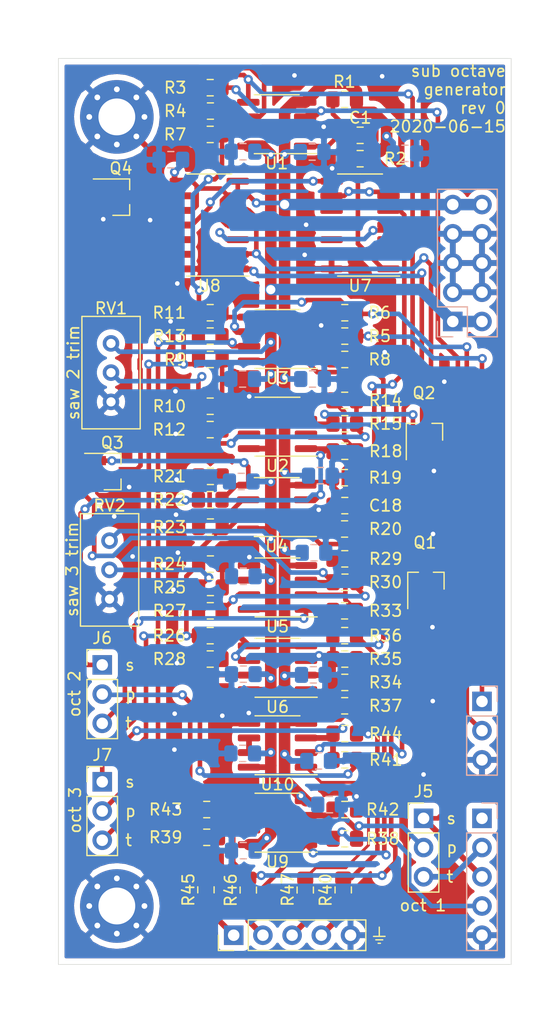
<source format=kicad_pcb>
(kicad_pcb (version 20171130) (host pcbnew 5.1.6-c6e7f7d~87~ubuntu18.04.1)
  (title_block (title "Sub Oscillator") (date 2020-07-22) (rev 0) (comment 1 creativecommons.org/licenses/by/4.0/) (comment 2 "License: CC by 4.0") (comment 3 "Author: Jordan Aceto"))
  (layers (0 F.Cu signal) (31 B.Cu signal) (34 B.Paste user hide) (35 F.Paste user hide) (36 B.SilkS user) (37 F.SilkS user) (38 B.Mask user) (39 F.Mask user) (44 Edge.Cuts user))
  (net 0 "")
  (net 1 "Net-(C1-Pad2)")
  (net 2 "Net-(C1-Pad1)")
  (net 3 GND)
  (net 4 "Net-(C18-Pad2)")
  (net 5 "Net-(C18-Pad1)")
  (net 6 "Net-(Q1-Pad3)")
  (net 7 "Net-(Q1-Pad1)")
  (net 8 "Net-(Q2-Pad3)")
  (net 9 "Net-(Q3-Pad3)")
  (net 10 "Net-(Q3-Pad1)")
  (net 11 "Net-(Q4-Pad3)")
  (net 12 "Net-(R3-Pad1)")
  (net 13 /sub_osc_1/man_pw_in_1)
  (net 14 "Net-(R5-Pad1)")
  (net 15 /sub_osc_1/pwm_in_1)
  (net 16 /sub_osc_1/summed_PWM)
  (net 17 "Net-(R10-Pad1)")
  (net 18 "Net-(R10-Pad2)")
  (net 19 "Net-(R11-Pad1)")
  (net 20 "Net-(R12-Pad1)")
  (net 21 "Net-(R14-Pad1)")
  (net 22 "Net-(R21-Pad1)")
  (net 23 "Net-(R24-Pad1)")
  (net 24 "Net-(R25-Pad2)")
  (net 25 "Net-(R26-Pad1)")
  (net 26 "Net-(R27-Pad1)")
  (net 27 "Net-(R29-Pad1)")
  (net 28 "Net-(R34-Pad1)")
  (net 29 "Net-(U7-Pad12)")
  (net 30 "Net-(U7-Pad10)")
  (net 31 "Net-(U7-Pad6)")
  (net 32 "Net-(U7-Pad8)")
  (net 33 "Net-(U7-Pad4)")
  (net 34 "Net-(U7-Pad2)")
  (net 35 "Net-(J4-Pad4)")
  (net 36 "Net-(J4-Pad3)")
  (net 37 "Net-(J4-Pad2)")
  (net 38 "Net-(J4-Pad1)")
  (net 39 -12V)
  (net 40 +12V)
  (net 41 "Net-(J5-Pad2)")
  (net 42 "Net-(J6-Pad2)")
  (net 43 "Net-(J7-Pad2)")
  (net 44 /pulse_in)
  (net 45 /saw_in)
  (net 46 /tri_in)
  (net 47 /sin_in)
  (net 48 /tri_over_2)
  (net 49 /saw_over_2)
  (net 50 /tri_over_4)
  (net 51 /saw_over_4)
  (net 52 /pulse_over_2)
  (net 53 /pulse_over_4)
  (net 54 /base_oct_out)
  (net 55 /sub_oct_1_out)
  (net 56 /sub_oct_2_out)
  (net 57 /mix_out)
  (net 58 "Net-(U10-Pad6)")
  (net 59 "Net-(Q2-Pad1)")
  (net 60 "Net-(Q4-Pad1)")
  (module Resistor_SMD:R_0805_2012Metric_Pad1.15x1.40mm_HandSolder (layer F.Cu) (at 89.399 74.93 180)
    (fp_text reference R13 (at 3.547 0) (layer F.SilkS))
    (fp_text value 2M2)
    (pad 2 smd roundrect (at 1.025 0 180) (size 1.15 1.4) (layers F.Cu F.Paste F.Mask) (roundrect_rratio 0.217391) (net 19 "Net-(R11-Pad1)"))
    (pad 1 smd roundrect (at -1.025 0 180) (size 1.15 1.4) (layers F.Cu F.Paste F.Mask) (roundrect_rratio 0.217391) (net 52 /pulse_over_2))
  )
  (module Resistor_SMD:R_0805_2012Metric_Pad1.15x1.40mm_HandSolder (layer F.Cu) (at 89.408 76.962 180)
    (fp_text reference R9 (at 3.048 0) (layer F.SilkS))
    (fp_text value 100k)
    (pad 2 smd roundrect (at 1.025 0 180) (size 1.15 1.4) (layers F.Cu F.Paste F.Mask) (roundrect_rratio 0.217391) (net 48 /tri_over_2))
    (pad 1 smd roundrect (at -1.025 0 180) (size 1.15 1.4) (layers F.Cu F.Paste F.Mask) (roundrect_rratio 0.217391) (net 17 "Net-(R10-Pad1)"))
  )
  (module Package_TO_SOT_SMD:SOT-23_Handsoldering (layer F.Cu) (at 81.637 62.8548)
    (fp_text reference Q4 (at 0 -2.5) (layer F.SilkS))
    (fp_text value MMBF5457)
    (pad 3 smd rect (at 1.5 0) (size 1.9 0.8) (layers F.Cu F.Paste F.Mask) (net 11 "Net-(Q4-Pad3)"))
    (pad 2 smd rect (at -1.5 0.95) (size 1.9 0.8) (layers F.Cu F.Paste F.Mask) (net 3 GND))
    (pad 1 smd rect (at -1.5 -0.95) (size 1.9 0.8) (layers F.Cu F.Paste F.Mask) (net 60 "Net-(Q4-Pad1)"))
  )
  (module Package_TO_SOT_SMD:SOT-23_Handsoldering (layer F.Cu) (at 80.8849 86.7029)
    (fp_text reference Q3 (at 0 -2.5) (layer F.SilkS))
    (fp_text value MMBF5457)
    (pad 3 smd rect (at 1.5 0) (size 1.9 0.8) (layers F.Cu F.Paste F.Mask) (net 9 "Net-(Q3-Pad3)"))
    (pad 2 smd rect (at -1.5 0.95) (size 1.9 0.8) (layers F.Cu F.Paste F.Mask) (net 3 GND))
    (pad 1 smd rect (at -1.5 -0.95) (size 1.9 0.8) (layers F.Cu F.Paste F.Mask) (net 10 "Net-(Q3-Pad1)"))
  )
  (module Package_TO_SOT_SMD:SOT-23_Handsoldering (layer F.Cu) (at 108.0287 83.2725 90)
    (fp_text reference Q2 (at 3.3923 -0.0381 180) (layer F.SilkS))
    (fp_text value MMBF5457)
    (pad 3 smd rect (at 1.5 0 90) (size 1.9 0.8) (layers F.Cu F.Paste F.Mask) (net 8 "Net-(Q2-Pad3)"))
    (pad 2 smd rect (at -1.5 0.95 90) (size 1.9 0.8) (layers F.Cu F.Paste F.Mask) (net 3 GND))
    (pad 1 smd rect (at -1.5 -0.95 90) (size 1.9 0.8) (layers F.Cu F.Paste F.Mask) (net 59 "Net-(Q2-Pad1)"))
  )
  (module Package_TO_SOT_SMD:SOT-23_Handsoldering (layer F.Cu) (at 108.1557 96.2138 90)
    (fp_text reference Q1 (at 3.3387 -0.0914 180) (layer F.SilkS))
    (fp_text value MMBF5457)
    (pad 3 smd rect (at 1.5 0 90) (size 1.9 0.8) (layers F.Cu F.Paste F.Mask) (net 6 "Net-(Q1-Pad3)"))
    (pad 2 smd rect (at -1.5 0.95 90) (size 1.9 0.8) (layers F.Cu F.Paste F.Mask) (net 3 GND))
    (pad 1 smd rect (at -1.5 -0.95 90) (size 1.9 0.8) (layers F.Cu F.Paste F.Mask) (net 7 "Net-(Q1-Pad1)"))
  )
  (module Connector_PinHeader_2.54mm:PinHeader_1x03_P2.54mm_Vertical (layer F.Cu) (at 80.01 113.665)
    (fp_text reference J7 (at 0 -2.33) (layer F.SilkS))
    (fp_text value Conn_01x03)
    (pad 3 thru_hole oval (at 0 5.08) (size 1.7 1.7) (drill 1) (layers *.Cu *.Mask) (net 50 /tri_over_4))
    (pad 2 thru_hole oval (at 0 2.54) (size 1.7 1.7) (drill 1) (layers *.Cu *.Mask) (net 43 "Net-(J7-Pad2)"))
    (pad 1 thru_hole rect (at 0 0) (size 1.7 1.7) (drill 1) (layers *.Cu *.Mask) (net 51 /saw_over_4))
  )
  (module Package_SO:SOIC-8_3.9x4.9mm_P1.27mm (layer F.Cu) (at 95.25 110.49 180)
    (fp_text reference U10 (at 0 -3.4) (layer F.SilkS))
    (fp_text value TL072)
    (pad 8 smd roundrect (at 2.475 -1.905 180) (size 1.95 0.6) (layers F.Cu F.Paste F.Mask) (net 40 +12V))
    (pad 7 smd roundrect (at 2.475 -0.635 180) (size 1.95 0.6) (layers F.Cu F.Paste F.Mask) (net 58 "Net-(U10-Pad6)"))
    (pad 6 smd roundrect (at 2.475 0.635 180) (size 1.95 0.6) (layers F.Cu F.Paste F.Mask) (net 58 "Net-(U10-Pad6)"))
    (pad 5 smd roundrect (at 2.475 1.905 180) (size 1.95 0.6) (layers F.Cu F.Paste F.Mask) (net 3 GND))
    (pad 4 smd roundrect (at -2.475 1.905 180) (size 1.95 0.6) (layers F.Cu F.Paste F.Mask) (net 39 -12V))
    (pad 3 smd roundrect (at -2.475 0.635 180) (size 1.95 0.6) (layers F.Cu F.Paste F.Mask) (net 43 "Net-(J7-Pad2)"))
    (pad 2 smd roundrect (at -2.475 -0.635 180) (size 1.95 0.6) (layers F.Cu F.Paste F.Mask) (net 56 /sub_oct_2_out))
    (pad 1 smd roundrect (at -2.475 -1.905 180) (size 1.95 0.6) (layers F.Cu F.Paste F.Mask) (net 56 /sub_oct_2_out))
  )
  (module Package_SO:SOIC-8_3.9x4.9mm_P1.27mm (layer F.Cu) (at 95.25 117.221 180)
    (fp_text reference U9 (at 0 -3.4) (layer F.SilkS))
    (fp_text value TL072)
    (pad 8 smd roundrect (at 2.475 -1.905 180) (size 1.95 0.6) (layers F.Cu F.Paste F.Mask) (net 40 +12V))
    (pad 7 smd roundrect (at 2.475 -0.635 180) (size 1.95 0.6) (layers F.Cu F.Paste F.Mask) (net 55 /sub_oct_1_out))
    (pad 6 smd roundrect (at 2.475 0.635 180) (size 1.95 0.6) (layers F.Cu F.Paste F.Mask) (net 55 /sub_oct_1_out))
    (pad 5 smd roundrect (at 2.475 1.905 180) (size 1.95 0.6) (layers F.Cu F.Paste F.Mask) (net 42 "Net-(J6-Pad2)"))
    (pad 4 smd roundrect (at -2.475 1.905 180) (size 1.95 0.6) (layers F.Cu F.Paste F.Mask) (net 39 -12V))
    (pad 3 smd roundrect (at -2.475 0.635 180) (size 1.95 0.6) (layers F.Cu F.Paste F.Mask) (net 41 "Net-(J5-Pad2)"))
    (pad 2 smd roundrect (at -2.475 -0.635 180) (size 1.95 0.6) (layers F.Cu F.Paste F.Mask) (net 54 /base_oct_out))
    (pad 1 smd roundrect (at -2.475 -1.905 180) (size 1.95 0.6) (layers F.Cu F.Paste F.Mask) (net 54 /base_oct_out))
  )
  (module Resistor_SMD:R_0805_2012Metric_Pad1.15x1.40mm_HandSolder (layer F.Cu) (at 97.663 123.072 90)
    (fp_text reference R47 (at 0.009 -1.524 90) (layer F.SilkS))
    (fp_text value 1k)
    (pad 2 smd roundrect (at 1.025 0 90) (size 1.15 1.4) (layers F.Cu F.Paste F.Mask) (roundrect_rratio 0.217391) (net 56 /sub_oct_2_out))
    (pad 1 smd roundrect (at -1.025 0 90) (size 1.15 1.4) (layers F.Cu F.Paste F.Mask) (roundrect_rratio 0.217391) (net 36 "Net-(J4-Pad3)"))
  )
  (module Resistor_SMD:R_0805_2012Metric_Pad1.15x1.40mm_HandSolder (layer F.Cu) (at 92.71 123.072 90)
    (fp_text reference R46 (at -0.009 -1.524 90) (layer F.SilkS))
    (fp_text value 1k)
    (pad 2 smd roundrect (at 1.025 0 90) (size 1.15 1.4) (layers F.Cu F.Paste F.Mask) (roundrect_rratio 0.217391) (net 55 /sub_oct_1_out))
    (pad 1 smd roundrect (at -1.025 0 90) (size 1.15 1.4) (layers F.Cu F.Paste F.Mask) (roundrect_rratio 0.217391) (net 37 "Net-(J4-Pad2)"))
  )
  (module Resistor_SMD:R_0805_2012Metric_Pad1.15x1.40mm_HandSolder (layer F.Cu) (at 89.027 123.054 90)
    (fp_text reference R45 (at 0 -1.524 90) (layer F.SilkS))
    (fp_text value 1k)
    (pad 2 smd roundrect (at 1.025 0 90) (size 1.15 1.4) (layers F.Cu F.Paste F.Mask) (roundrect_rratio 0.217391) (net 54 /base_oct_out))
    (pad 1 smd roundrect (at -1.025 0 90) (size 1.15 1.4) (layers F.Cu F.Paste F.Mask) (roundrect_rratio 0.217391) (net 38 "Net-(J4-Pad1)"))
  )
  (module Resistor_SMD:R_0805_2012Metric_Pad1.15x1.40mm_HandSolder (layer F.Cu) (at 101.101 109.474)
    (fp_text reference R44 (at 3.565 0) (layer F.SilkS))
    (fp_text value 100k)
    (pad 2 smd roundrect (at 1.025 0) (size 1.15 1.4) (layers F.Cu F.Paste F.Mask) (roundrect_rratio 0.217391) (net 3 GND))
    (pad 1 smd roundrect (at -1.025 0) (size 1.15 1.4) (layers F.Cu F.Paste F.Mask) (roundrect_rratio 0.217391) (net 43 "Net-(J7-Pad2)"))
  )
  (module Resistor_SMD:R_0805_2012Metric_Pad1.15x1.40mm_HandSolder (layer F.Cu) (at 89.0942 116.078 180)
    (fp_text reference R43 (at 3.565 0) (layer F.SilkS))
    (fp_text value 100k)
    (pad 2 smd roundrect (at 1.025 0 180) (size 1.15 1.4) (layers F.Cu F.Paste F.Mask) (roundrect_rratio 0.217391) (net 3 GND))
    (pad 1 smd roundrect (at -1.025 0 180) (size 1.15 1.4) (layers F.Cu F.Paste F.Mask) (roundrect_rratio 0.217391) (net 42 "Net-(J6-Pad2)"))
  )
  (module Resistor_SMD:R_0805_2012Metric_Pad1.15x1.40mm_HandSolder (layer F.Cu) (at 101.101 116.078)
    (fp_text reference R42 (at 3.302 0) (layer F.SilkS))
    (fp_text value dnf)
    (pad 2 smd roundrect (at 1.025 0) (size 1.15 1.4) (layers F.Cu F.Paste F.Mask) (roundrect_rratio 0.217391) (net 3 GND))
    (pad 1 smd roundrect (at -1.025 0) (size 1.15 1.4) (layers F.Cu F.Paste F.Mask) (roundrect_rratio 0.217391) (net 41 "Net-(J5-Pad2)"))
  )
  (module Resistor_SMD:R_0805_2012Metric_Pad1.15x1.40mm_HandSolder (layer F.Cu) (at 101.101 111.76)
    (fp_text reference R41 (at 3.565 0) (layer F.SilkS))
    (fp_text value 120k)
    (pad 2 smd roundrect (at 1.025 0) (size 1.15 1.4) (layers F.Cu F.Paste F.Mask) (roundrect_rratio 0.217391) (net 53 /pulse_over_4))
    (pad 1 smd roundrect (at -1.025 0) (size 1.15 1.4) (layers F.Cu F.Paste F.Mask) (roundrect_rratio 0.217391) (net 43 "Net-(J7-Pad2)"))
  )
  (module Resistor_SMD:R_0805_2012Metric_Pad1.15x1.40mm_HandSolder (layer F.Cu) (at 100.965 123.063 90)
    (fp_text reference R40 (at -0.009 -1.524 90) (layer F.SilkS))
    (fp_text value 1k)
    (pad 2 smd roundrect (at 1.025 0 90) (size 1.15 1.4) (layers F.Cu F.Paste F.Mask) (roundrect_rratio 0.217391) (net 57 /mix_out))
    (pad 1 smd roundrect (at -1.025 0 90) (size 1.15 1.4) (layers F.Cu F.Paste F.Mask) (roundrect_rratio 0.217391) (net 35 "Net-(J4-Pad4)"))
  )
  (module Resistor_SMD:R_0805_2012Metric_Pad1.15x1.40mm_HandSolder (layer F.Cu) (at 89.0942 118.491 180)
    (fp_text reference R39 (at 3.565 0) (layer F.SilkS))
    (fp_text value 120k)
    (pad 2 smd roundrect (at 1.025 0 180) (size 1.15 1.4) (layers F.Cu F.Paste F.Mask) (roundrect_rratio 0.217391) (net 52 /pulse_over_2))
    (pad 1 smd roundrect (at -1.025 0 180) (size 1.15 1.4) (layers F.Cu F.Paste F.Mask) (roundrect_rratio 0.217391) (net 42 "Net-(J6-Pad2)"))
  )
  (module Resistor_SMD:R_0805_2012Metric_Pad1.15x1.40mm_HandSolder (layer F.Cu) (at 101.101 118.618 180)
    (fp_text reference R38 (at -3.302 0) (layer F.SilkS))
    (fp_text value 120k)
    (pad 2 smd roundrect (at 1.025 0 180) (size 1.15 1.4) (layers F.Cu F.Paste F.Mask) (roundrect_rratio 0.217391) (net 44 /pulse_in))
    (pad 1 smd roundrect (at -1.025 0 180) (size 1.15 1.4) (layers F.Cu F.Paste F.Mask) (roundrect_rratio 0.217391) (net 41 "Net-(J5-Pad2)"))
  )
  (module Connector_PinHeader_2.54mm:PinHeader_2x05_P2.54mm_Vertical (layer B.Cu) (at 110.49 73.66)
    (fp_text reference J3 hide)
    (fp_text value power_input)
    (pad 10 thru_hole oval (at 2.54 -10.16) (size 1.7 1.7) (drill 1) (layers *.Cu *.Mask) (net 39 -12V))
    (pad 9 thru_hole oval (at 0 -10.16) (size 1.7 1.7) (drill 1) (layers *.Cu *.Mask) (net 39 -12V))
    (pad 8 thru_hole oval (at 2.54 -7.62) (size 1.7 1.7) (drill 1) (layers *.Cu *.Mask) (net 3 GND))
    (pad 7 thru_hole oval (at 0 -7.62) (size 1.7 1.7) (drill 1) (layers *.Cu *.Mask) (net 3 GND))
    (pad 6 thru_hole oval (at 2.54 -5.08) (size 1.7 1.7) (drill 1) (layers *.Cu *.Mask) (net 3 GND))
    (pad 5 thru_hole oval (at 0 -5.08) (size 1.7 1.7) (drill 1) (layers *.Cu *.Mask) (net 3 GND))
    (pad 4 thru_hole oval (at 2.54 -2.54) (size 1.7 1.7) (drill 1) (layers *.Cu *.Mask) (net 3 GND))
    (pad 3 thru_hole oval (at 0 -2.54) (size 1.7 1.7) (drill 1) (layers *.Cu *.Mask) (net 3 GND))
    (pad 2 thru_hole oval (at 2.54 0) (size 1.7 1.7) (drill 1) (layers *.Cu *.Mask) (net 40 +12V))
    (pad 1 thru_hole rect (at 0 0) (size 1.7 1.7) (drill 1) (layers *.Cu *.Mask) (net 40 +12V))
  )
  (module Connector_PinHeader_2.54mm:PinHeader_1x03_P2.54mm_Vertical (layer F.Cu) (at 80.01 103.505)
    (fp_text reference J6 (at 0 -2.33) (layer F.SilkS))
    (fp_text value Conn_01x03)
    (pad 3 thru_hole oval (at 0 5.08) (size 1.7 1.7) (drill 1) (layers *.Cu *.Mask) (net 48 /tri_over_2))
    (pad 2 thru_hole oval (at 0 2.54) (size 1.7 1.7) (drill 1) (layers *.Cu *.Mask) (net 42 "Net-(J6-Pad2)"))
    (pad 1 thru_hole rect (at 0 0) (size 1.7 1.7) (drill 1) (layers *.Cu *.Mask) (net 49 /saw_over_2))
  )
  (module Connector_PinHeader_2.54mm:PinHeader_1x03_P2.54mm_Vertical (layer F.Cu) (at 107.95 116.84)
    (fp_text reference J5 (at 0 -2.33) (layer F.SilkS))
    (fp_text value Conn_01x03)
    (pad 3 thru_hole oval (at 0 5.08) (size 1.7 1.7) (drill 1) (layers *.Cu *.Mask) (net 46 /tri_in))
    (pad 2 thru_hole oval (at 0 2.54) (size 1.7 1.7) (drill 1) (layers *.Cu *.Mask) (net 41 "Net-(J5-Pad2)"))
    (pad 1 thru_hole rect (at 0 0) (size 1.7 1.7) (drill 1) (layers *.Cu *.Mask) (net 45 /saw_in))
  )
  (module Connector_PinHeader_2.54mm:PinHeader_1x05_P2.54mm_Vertical (layer F.Cu) (at 91.44 127 90)
    (fp_text reference J4)
    (fp_text value signal_outputs)
    (pad 5 thru_hole oval (at 0 10.16 90) (size 1.7 1.7) (drill 1) (layers *.Cu *.Mask) (net 3 GND))
    (pad 4 thru_hole oval (at 0 7.62 90) (size 1.7 1.7) (drill 1) (layers *.Cu *.Mask) (net 35 "Net-(J4-Pad4)"))
    (pad 3 thru_hole oval (at 0 5.08 90) (size 1.7 1.7) (drill 1) (layers *.Cu *.Mask) (net 36 "Net-(J4-Pad3)"))
    (pad 2 thru_hole oval (at 0 2.54 90) (size 1.7 1.7) (drill 1) (layers *.Cu *.Mask) (net 37 "Net-(J4-Pad2)"))
    (pad 1 thru_hole rect (at 0 0 90) (size 1.7 1.7) (drill 1) (layers *.Cu *.Mask) (net 38 "Net-(J4-Pad1)"))
  )
  (module MountingHole:MountingHole_3.2mm_M3_Pad_Via (layer F.Cu) (at 81.28 124.46)
    (fp_text reference H2)
    (fp_text value MountingHole_Pad)
    (pad 1 thru_hole circle (at 1.697056 -1.697056) (size 0.8 0.8) (drill 0.5) (layers *.Cu *.Mask) (net 3 GND))
    (pad 1 thru_hole circle (at 0 -2.4) (size 0.8 0.8) (drill 0.5) (layers *.Cu *.Mask) (net 3 GND))
    (pad 1 thru_hole circle (at -1.697056 -1.697056) (size 0.8 0.8) (drill 0.5) (layers *.Cu *.Mask) (net 3 GND))
    (pad 1 thru_hole circle (at -2.4 0) (size 0.8 0.8) (drill 0.5) (layers *.Cu *.Mask) (net 3 GND))
    (pad 1 thru_hole circle (at -1.697056 1.697056) (size 0.8 0.8) (drill 0.5) (layers *.Cu *.Mask) (net 3 GND))
    (pad 1 thru_hole circle (at 0 2.4) (size 0.8 0.8) (drill 0.5) (layers *.Cu *.Mask) (net 3 GND))
    (pad 1 thru_hole circle (at 1.697056 1.697056) (size 0.8 0.8) (drill 0.5) (layers *.Cu *.Mask) (net 3 GND))
    (pad 1 thru_hole circle (at 2.4 0) (size 0.8 0.8) (drill 0.5) (layers *.Cu *.Mask) (net 3 GND))
    (pad 1 thru_hole circle (at 0 0) (size 6.4 6.4) (drill 3.2) (layers *.Cu *.Mask) (net 3 GND))
  )
  (module MountingHole:MountingHole_3.2mm_M3_Pad_Via (layer F.Cu) (at 81.28 55.88)
    (fp_text reference H1)
    (fp_text value MountingHole_Pad)
    (pad 1 thru_hole circle (at 1.697056 -1.697056) (size 0.8 0.8) (drill 0.5) (layers *.Cu *.Mask) (net 3 GND))
    (pad 1 thru_hole circle (at 0 -2.4) (size 0.8 0.8) (drill 0.5) (layers *.Cu *.Mask) (net 3 GND))
    (pad 1 thru_hole circle (at -1.697056 -1.697056) (size 0.8 0.8) (drill 0.5) (layers *.Cu *.Mask) (net 3 GND))
    (pad 1 thru_hole circle (at -2.4 0) (size 0.8 0.8) (drill 0.5) (layers *.Cu *.Mask) (net 3 GND))
    (pad 1 thru_hole circle (at -1.697056 1.697056) (size 0.8 0.8) (drill 0.5) (layers *.Cu *.Mask) (net 3 GND))
    (pad 1 thru_hole circle (at 0 2.4) (size 0.8 0.8) (drill 0.5) (layers *.Cu *.Mask) (net 3 GND))
    (pad 1 thru_hole circle (at 1.697056 1.697056) (size 0.8 0.8) (drill 0.5) (layers *.Cu *.Mask) (net 3 GND))
    (pad 1 thru_hole circle (at 2.4 0) (size 0.8 0.8) (drill 0.5) (layers *.Cu *.Mask) (net 3 GND))
    (pad 1 thru_hole circle (at 0 0) (size 6.4 6.4) (drill 3.2) (layers *.Cu *.Mask) (net 3 GND))
  )
  (module Connector_PinHeader_2.54mm:PinHeader_1x03_P2.54mm_Vertical (layer B.Cu) (at 113.03 106.68 180)
    (fp_text reference J2)
    (fp_text value pwm_inputs)
    (pad 3 thru_hole oval (at 0 -5.08 180) (size 1.7 1.7) (drill 1) (layers *.Cu *.Mask) (net 3 GND))
    (pad 2 thru_hole oval (at 0 -2.54 180) (size 1.7 1.7) (drill 1) (layers *.Cu *.Mask) (net 15 /sub_osc_1/pwm_in_1))
    (pad 1 thru_hole rect (at 0 0 180) (size 1.7 1.7) (drill 1) (layers *.Cu *.Mask) (net 13 /sub_osc_1/man_pw_in_1))
  )
  (module Connector_PinHeader_2.54mm:PinHeader_1x05_P2.54mm_Vertical (layer B.Cu) (at 113.03 116.84 180)
    (fp_text reference J1)
    (fp_text value signal_inputs)
    (pad 5 thru_hole oval (at 0 -10.16 180) (size 1.7 1.7) (drill 1) (layers *.Cu *.Mask) (net 3 GND))
    (pad 4 thru_hole oval (at 0 -7.62 180) (size 1.7 1.7) (drill 1) (layers *.Cu *.Mask) (net 44 /pulse_in))
    (pad 3 thru_hole oval (at 0 -5.08 180) (size 1.7 1.7) (drill 1) (layers *.Cu *.Mask) (net 45 /saw_in))
    (pad 2 thru_hole oval (at 0 -2.54 180) (size 1.7 1.7) (drill 1) (layers *.Cu *.Mask) (net 46 /tri_in))
    (pad 1 thru_hole rect (at 0 0 180) (size 1.7 1.7) (drill 1) (layers *.Cu *.Mask) (net 47 /sin_in))
  )
  (module Package_SO:SOIC-14_3.9x8.7mm_P1.27mm (layer F.Cu) (at 89.3206 65.278 180)
    (fp_text reference U8 (at 0 -5.28) (layer F.SilkS))
    (fp_text value 4013)
    (pad 14 smd roundrect (at 2.475 -3.81 180) (size 1.95 0.6) (layers F.Cu F.Paste F.Mask) (net 3 GND))
    (pad 13 smd roundrect (at 2.475 -2.54 180) (size 1.95 0.6) (layers F.Cu F.Paste F.Mask) (net 9 "Net-(Q3-Pad3)"))
    (pad 12 smd roundrect (at 2.475 -1.27 180) (size 1.95 0.6) (layers F.Cu F.Paste F.Mask) (net 11 "Net-(Q4-Pad3)"))
    (pad 11 smd roundrect (at 2.475 0 180) (size 1.95 0.6) (layers F.Cu F.Paste F.Mask) (net 32 "Net-(U7-Pad8)"))
    (pad 10 smd roundrect (at 2.475 1.27 180) (size 1.95 0.6) (layers F.Cu F.Paste F.Mask) (net 39 -12V))
    (pad 9 smd roundrect (at 2.475 2.54 180) (size 1.95 0.6) (layers F.Cu F.Paste F.Mask) (net 11 "Net-(Q4-Pad3)"))
    (pad 8 smd roundrect (at 2.475 3.81 180) (size 1.95 0.6) (layers F.Cu F.Paste F.Mask) (net 39 -12V))
    (pad 7 smd roundrect (at -2.475 3.81 180) (size 1.95 0.6) (layers F.Cu F.Paste F.Mask) (net 39 -12V))
    (pad 6 smd roundrect (at -2.475 2.54 180) (size 1.95 0.6) (layers F.Cu F.Paste F.Mask) (net 39 -12V))
    (pad 5 smd roundrect (at -2.475 1.27 180) (size 1.95 0.6) (layers F.Cu F.Paste F.Mask) (net 8 "Net-(Q2-Pad3)"))
    (pad 4 smd roundrect (at -2.475 0 180) (size 1.95 0.6) (layers F.Cu F.Paste F.Mask) (net 39 -12V))
    (pad 3 smd roundrect (at -2.475 -1.27 180) (size 1.95 0.6) (layers F.Cu F.Paste F.Mask) (net 33 "Net-(U7-Pad4)"))
    (pad 2 smd roundrect (at -2.475 -2.54 180) (size 1.95 0.6) (layers F.Cu F.Paste F.Mask) (net 8 "Net-(Q2-Pad3)"))
    (pad 1 smd roundrect (at -2.475 -3.81 180) (size 1.95 0.6) (layers F.Cu F.Paste F.Mask) (net 6 "Net-(Q1-Pad3)"))
  )
  (module Package_SO:SOIC-14_3.9x8.7mm_P1.27mm (layer F.Cu) (at 102.427 65.278 180)
    (fp_text reference U7 (at 0 -5.28) (layer F.SilkS))
    (fp_text value 40106)
    (pad 14 smd roundrect (at 2.475 -3.81 180) (size 1.95 0.6) (layers F.Cu F.Paste F.Mask) (net 3 GND))
    (pad 13 smd roundrect (at 2.475 -2.54 180) (size 1.95 0.6) (layers F.Cu F.Paste F.Mask) (net 3 GND))
    (pad 12 smd roundrect (at 2.475 -1.27 180) (size 1.95 0.6) (layers F.Cu F.Paste F.Mask) (net 29 "Net-(U7-Pad12)"))
    (pad 11 smd roundrect (at 2.475 0 180) (size 1.95 0.6) (layers F.Cu F.Paste F.Mask) (net 3 GND))
    (pad 10 smd roundrect (at 2.475 1.27 180) (size 1.95 0.6) (layers F.Cu F.Paste F.Mask) (net 30 "Net-(U7-Pad10)"))
    (pad 9 smd roundrect (at 2.475 2.54 180) (size 1.95 0.6) (layers F.Cu F.Paste F.Mask) (net 31 "Net-(U7-Pad6)"))
    (pad 8 smd roundrect (at 2.475 3.81 180) (size 1.95 0.6) (layers F.Cu F.Paste F.Mask) (net 32 "Net-(U7-Pad8)"))
    (pad 7 smd roundrect (at -2.475 3.81 180) (size 1.95 0.6) (layers F.Cu F.Paste F.Mask) (net 39 -12V))
    (pad 6 smd roundrect (at -2.475 2.54 180) (size 1.95 0.6) (layers F.Cu F.Paste F.Mask) (net 31 "Net-(U7-Pad6)"))
    (pad 5 smd roundrect (at -2.475 1.27 180) (size 1.95 0.6) (layers F.Cu F.Paste F.Mask) (net 5 "Net-(C18-Pad1)"))
    (pad 4 smd roundrect (at -2.475 0 180) (size 1.95 0.6) (layers F.Cu F.Paste F.Mask) (net 33 "Net-(U7-Pad4)"))
    (pad 3 smd roundrect (at -2.475 -1.27 180) (size 1.95 0.6) (layers F.Cu F.Paste F.Mask) (net 34 "Net-(U7-Pad2)"))
    (pad 2 smd roundrect (at -2.475 -2.54 180) (size 1.95 0.6) (layers F.Cu F.Paste F.Mask) (net 34 "Net-(U7-Pad2)"))
    (pad 1 smd roundrect (at -2.475 -3.81 180) (size 1.95 0.6) (layers F.Cu F.Paste F.Mask) (net 2 "Net-(C1-Pad1)"))
  )
  (module Package_SO:SOIC-8_3.9x4.9mm_P1.27mm (layer F.Cu) (at 95.25 103.759 180)
    (fp_text reference U6 (at 0 -3.4) (layer F.SilkS))
    (fp_text value TL072)
    (pad 8 smd roundrect (at 2.475 -1.905 180) (size 1.95 0.6) (layers F.Cu F.Paste F.Mask) (net 40 +12V))
    (pad 7 smd roundrect (at 2.475 -0.635 180) (size 1.95 0.6) (layers F.Cu F.Paste F.Mask) (net 53 /pulse_over_4))
    (pad 6 smd roundrect (at 2.475 0.635 180) (size 1.95 0.6) (layers F.Cu F.Paste F.Mask) (net 16 /sub_osc_1/summed_PWM))
    (pad 5 smd roundrect (at 2.475 1.905 180) (size 1.95 0.6) (layers F.Cu F.Paste F.Mask) (net 25 "Net-(R26-Pad1)"))
    (pad 4 smd roundrect (at -2.475 1.905 180) (size 1.95 0.6) (layers F.Cu F.Paste F.Mask) (net 39 -12V))
    (pad 3 smd roundrect (at -2.475 0.635 180) (size 1.95 0.6) (layers F.Cu F.Paste F.Mask) (net 3 GND))
    (pad 2 smd roundrect (at -2.475 -0.635 180) (size 1.95 0.6) (layers F.Cu F.Paste F.Mask) (net 28 "Net-(R34-Pad1)"))
    (pad 1 smd roundrect (at -2.475 -1.905 180) (size 1.95 0.6) (layers F.Cu F.Paste F.Mask) (net 57 /mix_out))
  )
  (module Package_SO:SOIC-8_3.9x4.9mm_P1.27mm (layer F.Cu) (at 95.25 96.774 180)
    (fp_text reference U5 (at 0 -3.4) (layer F.SilkS))
    (fp_text value TL072)
    (pad 8 smd roundrect (at 2.475 -1.905 180) (size 1.95 0.6) (layers F.Cu F.Paste F.Mask) (net 40 +12V))
    (pad 7 smd roundrect (at 2.475 -0.635 180) (size 1.95 0.6) (layers F.Cu F.Paste F.Mask) (net 26 "Net-(R27-Pad1)"))
    (pad 6 smd roundrect (at 2.475 0.635 180) (size 1.95 0.6) (layers F.Cu F.Paste F.Mask) (net 23 "Net-(R24-Pad1)"))
    (pad 5 smd roundrect (at 2.475 1.905 180) (size 1.95 0.6) (layers F.Cu F.Paste F.Mask) (net 3 GND))
    (pad 4 smd roundrect (at -2.475 1.905 180) (size 1.95 0.6) (layers F.Cu F.Paste F.Mask) (net 39 -12V))
    (pad 3 smd roundrect (at -2.475 0.635 180) (size 1.95 0.6) (layers F.Cu F.Paste F.Mask) (net 60 "Net-(Q4-Pad1)"))
    (pad 2 smd roundrect (at -2.475 -0.635 180) (size 1.95 0.6) (layers F.Cu F.Paste F.Mask) (net 27 "Net-(R29-Pad1)"))
    (pad 1 smd roundrect (at -2.475 -1.905 180) (size 1.95 0.6) (layers F.Cu F.Paste F.Mask) (net 51 /saw_over_4))
  )
  (module Package_SO:SOIC-8_3.9x4.9mm_P1.27mm (layer F.Cu) (at 95.185 89.789 180)
    (fp_text reference U4 (at 0 -3.4) (layer F.SilkS))
    (fp_text value TL072)
    (pad 8 smd roundrect (at 2.475 -1.905 180) (size 1.95 0.6) (layers F.Cu F.Paste F.Mask) (net 40 +12V))
    (pad 7 smd roundrect (at 2.475 -0.635 180) (size 1.95 0.6) (layers F.Cu F.Paste F.Mask) (net 50 /tri_over_4))
    (pad 6 smd roundrect (at 2.475 0.635 180) (size 1.95 0.6) (layers F.Cu F.Paste F.Mask) (net 22 "Net-(R21-Pad1)"))
    (pad 5 smd roundrect (at 2.475 1.905 180) (size 1.95 0.6) (layers F.Cu F.Paste F.Mask) (net 10 "Net-(Q3-Pad1)"))
    (pad 4 smd roundrect (at -2.475 1.905 180) (size 1.95 0.6) (layers F.Cu F.Paste F.Mask) (net 39 -12V))
    (pad 3 smd roundrect (at -2.475 0.635 180) (size 1.95 0.6) (layers F.Cu F.Paste F.Mask) (net 49 /saw_over_2))
    (pad 2 smd roundrect (at -2.475 -0.635 180) (size 1.95 0.6) (layers F.Cu F.Paste F.Mask) (net 3 GND))
    (pad 1 smd roundrect (at -2.475 -1.905 180) (size 1.95 0.6) (layers F.Cu F.Paste F.Mask) (net 4 "Net-(C18-Pad2)"))
  )
  (module Package_SO:SOIC-8_3.9x4.9mm_P1.27mm (layer F.Cu) (at 95.25 75.184 180)
    (fp_text reference U3 (at 0 -3.4) (layer F.SilkS))
    (fp_text value TL072)
    (pad 8 smd roundrect (at 2.475 -1.905 180) (size 1.95 0.6) (layers F.Cu F.Paste F.Mask) (net 40 +12V))
    (pad 7 smd roundrect (at 2.475 -0.635 180) (size 1.95 0.6) (layers F.Cu F.Paste F.Mask) (net 52 /pulse_over_2))
    (pad 6 smd roundrect (at 2.475 0.635 180) (size 1.95 0.6) (layers F.Cu F.Paste F.Mask) (net 16 /sub_osc_1/summed_PWM))
    (pad 5 smd roundrect (at 2.475 1.905 180) (size 1.95 0.6) (layers F.Cu F.Paste F.Mask) (net 19 "Net-(R11-Pad1)"))
    (pad 4 smd roundrect (at -2.475 1.905 180) (size 1.95 0.6) (layers F.Cu F.Paste F.Mask) (net 39 -12V))
    (pad 3 smd roundrect (at -2.475 0.635 180) (size 1.95 0.6) (layers F.Cu F.Paste F.Mask) (net 3 GND))
    (pad 2 smd roundrect (at -2.475 -0.635 180) (size 1.95 0.6) (layers F.Cu F.Paste F.Mask) (net 14 "Net-(R5-Pad1)"))
    (pad 1 smd roundrect (at -2.475 -1.905 180) (size 1.95 0.6) (layers F.Cu F.Paste F.Mask) (net 16 /sub_osc_1/summed_PWM))
  )
  (module Package_SO:SOIC-8_3.9x4.9mm_P1.27mm (layer F.Cu) (at 95.25 82.804 180)
    (fp_text reference U2 (at 0 -3.4) (layer F.SilkS))
    (fp_text value TL072)
    (pad 8 smd roundrect (at 2.475 -1.905 180) (size 1.95 0.6) (layers F.Cu F.Paste F.Mask) (net 40 +12V))
    (pad 7 smd roundrect (at 2.475 -0.635 180) (size 1.95 0.6) (layers F.Cu F.Paste F.Mask) (net 20 "Net-(R12-Pad1)"))
    (pad 6 smd roundrect (at 2.475 0.635 180) (size 1.95 0.6) (layers F.Cu F.Paste F.Mask) (net 17 "Net-(R10-Pad1)"))
    (pad 5 smd roundrect (at 2.475 1.905 180) (size 1.95 0.6) (layers F.Cu F.Paste F.Mask) (net 3 GND))
    (pad 4 smd roundrect (at -2.475 1.905 180) (size 1.95 0.6) (layers F.Cu F.Paste F.Mask) (net 39 -12V))
    (pad 3 smd roundrect (at -2.475 0.635 180) (size 1.95 0.6) (layers F.Cu F.Paste F.Mask) (net 59 "Net-(Q2-Pad1)"))
    (pad 2 smd roundrect (at -2.475 -0.635 180) (size 1.95 0.6) (layers F.Cu F.Paste F.Mask) (net 21 "Net-(R14-Pad1)"))
    (pad 1 smd roundrect (at -2.475 -1.905 180) (size 1.95 0.6) (layers F.Cu F.Paste F.Mask) (net 49 /saw_over_2))
  )
  (module Package_SO:SOIC-8_3.9x4.9mm_P1.27mm (layer F.Cu) (at 95.185 56.515 180)
    (fp_text reference U1 (at 0 -3.4) (layer F.SilkS))
    (fp_text value TL072)
    (pad 8 smd roundrect (at 2.475 -1.905 180) (size 1.95 0.6) (layers F.Cu F.Paste F.Mask) (net 40 +12V))
    (pad 7 smd roundrect (at 2.475 -0.635 180) (size 1.95 0.6) (layers F.Cu F.Paste F.Mask) (net 48 /tri_over_2))
    (pad 6 smd roundrect (at 2.475 0.635 180) (size 1.95 0.6) (layers F.Cu F.Paste F.Mask) (net 12 "Net-(R3-Pad1)"))
    (pad 5 smd roundrect (at 2.475 1.905 180) (size 1.95 0.6) (layers F.Cu F.Paste F.Mask) (net 7 "Net-(Q1-Pad1)"))
    (pad 4 smd roundrect (at -2.475 1.905 180) (size 1.95 0.6) (layers F.Cu F.Paste F.Mask) (net 39 -12V))
    (pad 3 smd roundrect (at -2.475 0.635 180) (size 1.95 0.6) (layers F.Cu F.Paste F.Mask) (net 45 /saw_in))
    (pad 2 smd roundrect (at -2.475 -0.635 180) (size 1.95 0.6) (layers F.Cu F.Paste F.Mask) (net 3 GND))
    (pad 1 smd roundrect (at -2.475 -1.905 180) (size 1.95 0.6) (layers F.Cu F.Paste F.Mask) (net 1 "Net-(C1-Pad2)"))
  )
  (module Potentiometer_THT:Potentiometer_Bourns_3296W_Vertical (layer F.Cu) (at 80.645 92.71 90)
    (fp_text reference RV2 (at 3.048 0 180) (layer F.SilkS))
    (fp_text value 100k)
    (pad 3 thru_hole circle (at -5.08 0 90) (size 1.44 1.44) (drill 0.8) (layers *.Cu *.Mask) (net 3 GND))
    (pad 2 thru_hole circle (at -2.54 0 90) (size 1.44 1.44) (drill 0.8) (layers *.Cu *.Mask) (net 24 "Net-(R25-Pad2)"))
    (pad 1 thru_hole circle (at 0 0 90) (size 1.44 1.44) (drill 0.8) (layers *.Cu *.Mask) (net 40 +12V))
  )
  (module Potentiometer_THT:Potentiometer_Bourns_3296W_Vertical (layer F.Cu) (at 80.772 75.565 90)
    (fp_text reference RV1 (at 3.048 0 180) (layer F.SilkS))
    (fp_text value 100k)
    (pad 3 thru_hole circle (at -5.08 0 90) (size 1.44 1.44) (drill 0.8) (layers *.Cu *.Mask) (net 3 GND))
    (pad 2 thru_hole circle (at -2.54 0 90) (size 1.44 1.44) (drill 0.8) (layers *.Cu *.Mask) (net 18 "Net-(R10-Pad2)"))
    (pad 1 thru_hole circle (at 0 0 90) (size 1.44 1.44) (drill 0.8) (layers *.Cu *.Mask) (net 40 +12V))
  )
  (module Resistor_SMD:R_0805_2012Metric_Pad1.15x1.40mm_HandSolder (layer F.Cu) (at 101.092 107.061 180)
    (fp_text reference R37 (at -3.556 0) (layer F.SilkS))
    (fp_text value 33k)
    (pad 2 smd roundrect (at 1.025 0 180) (size 1.15 1.4) (layers F.Cu F.Paste F.Mask) (roundrect_rratio 0.217391) (net 28 "Net-(R34-Pad1)"))
    (pad 1 smd roundrect (at -1.025 0 180) (size 1.15 1.4) (layers F.Cu F.Paste F.Mask) (roundrect_rratio 0.217391) (net 57 /mix_out))
  )
  (module Resistor_SMD:R_0805_2012Metric_Pad1.15x1.40mm_HandSolder (layer F.Cu) (at 101.092 100.965)
    (fp_text reference R36 (at 3.556 0) (layer F.SilkS))
    (fp_text value 100k)
    (pad 2 smd roundrect (at 1.025 0) (size 1.15 1.4) (layers F.Cu F.Paste F.Mask) (roundrect_rratio 0.217391) (net 56 /sub_oct_2_out))
    (pad 1 smd roundrect (at -1.025 0) (size 1.15 1.4) (layers F.Cu F.Paste F.Mask) (roundrect_rratio 0.217391) (net 28 "Net-(R34-Pad1)"))
  )
  (module Resistor_SMD:R_0805_2012Metric_Pad1.15x1.40mm_HandSolder (layer F.Cu) (at 101.101 102.997)
    (fp_text reference R35 (at 3.547 0) (layer F.SilkS))
    (fp_text value 100k)
    (pad 2 smd roundrect (at 1.025 0) (size 1.15 1.4) (layers F.Cu F.Paste F.Mask) (roundrect_rratio 0.217391) (net 55 /sub_oct_1_out))
    (pad 1 smd roundrect (at -1.025 0) (size 1.15 1.4) (layers F.Cu F.Paste F.Mask) (roundrect_rratio 0.217391) (net 28 "Net-(R34-Pad1)"))
  )
  (module Resistor_SMD:R_0805_2012Metric_Pad1.15x1.40mm_HandSolder (layer F.Cu) (at 101.101 105.029)
    (fp_text reference R34 (at 3.547 0) (layer F.SilkS))
    (fp_text value 100k)
    (pad 2 smd roundrect (at 1.025 0) (size 1.15 1.4) (layers F.Cu F.Paste F.Mask) (roundrect_rratio 0.217391) (net 54 /base_oct_out))
    (pad 1 smd roundrect (at -1.025 0) (size 1.15 1.4) (layers F.Cu F.Paste F.Mask) (roundrect_rratio 0.217391) (net 28 "Net-(R34-Pad1)"))
  )
  (module Resistor_SMD:R_0805_2012Metric_Pad1.15x1.40mm_HandSolder (layer F.Cu) (at 101.083 98.806)
    (fp_text reference R33 (at 3.565 0) (layer F.SilkS))
    (fp_text value 100k)
    (pad 2 smd roundrect (at 1.025 0) (size 1.15 1.4) (layers F.Cu F.Paste F.Mask) (roundrect_rratio 0.217391) (net 27 "Net-(R29-Pad1)"))
    (pad 1 smd roundrect (at -1.025 0) (size 1.15 1.4) (layers F.Cu F.Paste F.Mask) (roundrect_rratio 0.217391) (net 51 /saw_over_4))
  )
  (module Resistor_SMD:R_0805_2012Metric_Pad1.15x1.40mm_HandSolder (layer F.Cu) (at 101.11624 96.32188)
    (fp_text reference R30 (at 3.5216 0) (layer F.SilkS))
    (fp_text value 100k)
    (pad 2 smd roundrect (at 1.025 0) (size 1.15 1.4) (layers F.Cu F.Paste F.Mask) (roundrect_rratio 0.217391) (net 26 "Net-(R27-Pad1)"))
    (pad 1 smd roundrect (at -1.025 0) (size 1.15 1.4) (layers F.Cu F.Paste F.Mask) (roundrect_rratio 0.217391) (net 60 "Net-(Q4-Pad1)"))
  )
  (module Resistor_SMD:R_0805_2012Metric_Pad1.15x1.40mm_HandSolder (layer F.Cu) (at 101.09824 94.28988)
    (fp_text reference R29 (at 3.565 0) (layer F.SilkS))
    (fp_text value 100k)
    (pad 2 smd roundrect (at 1.025 0) (size 1.15 1.4) (layers F.Cu F.Paste F.Mask) (roundrect_rratio 0.217391) (net 26 "Net-(R27-Pad1)"))
    (pad 1 smd roundrect (at -1.025 0) (size 1.15 1.4) (layers F.Cu F.Paste F.Mask) (roundrect_rratio 0.217391) (net 27 "Net-(R29-Pad1)"))
  )
  (module Resistor_SMD:R_0805_2012Metric_Pad1.15x1.40mm_HandSolder (layer F.Cu) (at 89.399 102.997)
    (fp_text reference R28 (at -3.547 0) (layer F.SilkS))
    (fp_text value 2M2)
    (pad 2 smd roundrect (at 1.025 0) (size 1.15 1.4) (layers F.Cu F.Paste F.Mask) (roundrect_rratio 0.217391) (net 25 "Net-(R26-Pad1)"))
    (pad 1 smd roundrect (at -1.025 0) (size 1.15 1.4) (layers F.Cu F.Paste F.Mask) (roundrect_rratio 0.217391) (net 53 /pulse_over_4))
  )
  (module Resistor_SMD:R_0805_2012Metric_Pad1.15x1.40mm_HandSolder (layer F.Cu) (at 89.408 98.806 180)
    (fp_text reference R27 (at 3.556 0) (layer F.SilkS))
    (fp_text value 51k)
    (pad 2 smd roundrect (at 1.025 0 180) (size 1.15 1.4) (layers F.Cu F.Paste F.Mask) (roundrect_rratio 0.217391) (net 23 "Net-(R24-Pad1)"))
    (pad 1 smd roundrect (at -1.025 0 180) (size 1.15 1.4) (layers F.Cu F.Paste F.Mask) (roundrect_rratio 0.217391) (net 26 "Net-(R27-Pad1)"))
  )
  (module Resistor_SMD:R_0805_2012Metric_Pad1.15x1.40mm_HandSolder (layer F.Cu) (at 89.399 100.965 180)
    (fp_text reference R26 (at 3.565 0) (layer F.SilkS))
    (fp_text value 2k2)
    (pad 2 smd roundrect (at 1.025 0 180) (size 1.15 1.4) (layers F.Cu F.Paste F.Mask) (roundrect_rratio 0.217391) (net 50 /tri_over_4))
    (pad 1 smd roundrect (at -1.025 0 180) (size 1.15 1.4) (layers F.Cu F.Paste F.Mask) (roundrect_rratio 0.217391) (net 25 "Net-(R26-Pad1)"))
  )
  (module Resistor_SMD:R_0805_2012Metric_Pad1.15x1.40mm_HandSolder (layer F.Cu) (at 89.417 96.774 180)
    (fp_text reference R25 (at 3.565 0) (layer F.SilkS))
    (fp_text value 100k)
    (pad 2 smd roundrect (at 1.025 0 180) (size 1.15 1.4) (layers F.Cu F.Paste F.Mask) (roundrect_rratio 0.217391) (net 24 "Net-(R25-Pad2)"))
    (pad 1 smd roundrect (at -1.025 0 180) (size 1.15 1.4) (layers F.Cu F.Paste F.Mask) (roundrect_rratio 0.217391) (net 23 "Net-(R24-Pad1)"))
  )
  (module Resistor_SMD:R_0805_2012Metric_Pad1.15x1.40mm_HandSolder (layer F.Cu) (at 89.417 94.742 180)
    (fp_text reference R24 (at 3.565 0) (layer F.SilkS))
    (fp_text value 100k)
    (pad 2 smd roundrect (at 1.025 0 180) (size 1.15 1.4) (layers F.Cu F.Paste F.Mask) (roundrect_rratio 0.217391) (net 50 /tri_over_4))
    (pad 1 smd roundrect (at -1.025 0 180) (size 1.15 1.4) (layers F.Cu F.Paste F.Mask) (roundrect_rratio 0.217391) (net 23 "Net-(R24-Pad1)"))
  )
  (module Resistor_SMD:R_0805_2012Metric_Pad1.15x1.40mm_HandSolder (layer F.Cu) (at 89.417 91.5289 180)
    (fp_text reference R23 (at 3.556 0) (layer F.SilkS))
    (fp_text value 100k)
    (pad 2 smd roundrect (at 1.025 0 180) (size 1.15 1.4) (layers F.Cu F.Paste F.Mask) (roundrect_rratio 0.217391) (net 22 "Net-(R21-Pad1)"))
    (pad 1 smd roundrect (at -1.025 0 180) (size 1.15 1.4) (layers F.Cu F.Paste F.Mask) (roundrect_rratio 0.217391) (net 50 /tri_over_4))
  )
  (module Resistor_SMD:R_0805_2012Metric_Pad1.15x1.40mm_HandSolder (layer F.Cu) (at 89.399 89.154 180)
    (fp_text reference R22 (at 3.547 0) (layer F.SilkS))
    (fp_text value 100k)
    (pad 2 smd roundrect (at 1.025 0 180) (size 1.15 1.4) (layers F.Cu F.Paste F.Mask) (roundrect_rratio 0.217391) (net 49 /saw_over_2))
    (pad 1 smd roundrect (at -1.025 0 180) (size 1.15 1.4) (layers F.Cu F.Paste F.Mask) (roundrect_rratio 0.217391) (net 10 "Net-(Q3-Pad1)"))
  )
  (module Resistor_SMD:R_0805_2012Metric_Pad1.15x1.40mm_HandSolder (layer F.Cu) (at 89.417 87.122 180)
    (fp_text reference R21 (at 3.565 0) (layer F.SilkS))
    (fp_text value 100k)
    (pad 2 smd roundrect (at 1.025 0 180) (size 1.15 1.4) (layers F.Cu F.Paste F.Mask) (roundrect_rratio 0.217391) (net 49 /saw_over_2))
    (pad 1 smd roundrect (at -1.025 0 180) (size 1.15 1.4) (layers F.Cu F.Paste F.Mask) (roundrect_rratio 0.217391) (net 22 "Net-(R21-Pad1)"))
  )
  (module Resistor_SMD:R_0805_2012Metric_Pad1.15x1.40mm_HandSolder (layer F.Cu) (at 101.083 91.694 180)
    (fp_text reference R20 (at -3.565 0) (layer F.SilkS))
    (fp_text value 22k)
    (pad 2 smd roundrect (at 1.025 0 180) (size 1.15 1.4) (layers F.Cu F.Paste F.Mask) (roundrect_rratio 0.217391) (net 39 -12V))
    (pad 1 smd roundrect (at -1.025 0 180) (size 1.15 1.4) (layers F.Cu F.Paste F.Mask) (roundrect_rratio 0.217391) (net 5 "Net-(C18-Pad1)"))
  )
  (module Resistor_SMD:R_0805_2012Metric_Pad1.15x1.40mm_HandSolder (layer F.Cu) (at 101.0703 87.2363 180)
    (fp_text reference R19 (at -3.556 0) (layer F.SilkS))
    (fp_text value 10k)
    (pad 2 smd roundrect (at 1.025 0 180) (size 1.15 1.4) (layers F.Cu F.Paste F.Mask) (roundrect_rratio 0.217391) (net 39 -12V))
    (pad 1 smd roundrect (at -1.025 0 180) (size 1.15 1.4) (layers F.Cu F.Paste F.Mask) (roundrect_rratio 0.217391) (net 4 "Net-(C18-Pad2)"))
  )
  (module Resistor_SMD:R_0805_2012Metric_Pad1.15x1.40mm_HandSolder (layer F.Cu) (at 101.101 84.9376)
    (fp_text reference R18 (at 3.565 0) (layer F.SilkS))
    (fp_text value 100k)
    (pad 2 smd roundrect (at 1.025 0) (size 1.15 1.4) (layers F.Cu F.Paste F.Mask) (roundrect_rratio 0.217391) (net 21 "Net-(R14-Pad1)"))
    (pad 1 smd roundrect (at -1.025 0) (size 1.15 1.4) (layers F.Cu F.Paste F.Mask) (roundrect_rratio 0.217391) (net 49 /saw_over_2))
  )
  (module Resistor_SMD:R_0805_2012Metric_Pad1.15x1.40mm_HandSolder (layer F.Cu) (at 101.101 82.55)
    (fp_text reference R15 (at 3.547 0) (layer F.SilkS))
    (fp_text value 100k)
    (pad 2 smd roundrect (at 1.025 0) (size 1.15 1.4) (layers F.Cu F.Paste F.Mask) (roundrect_rratio 0.217391) (net 20 "Net-(R12-Pad1)"))
    (pad 1 smd roundrect (at -1.025 0) (size 1.15 1.4) (layers F.Cu F.Paste F.Mask) (roundrect_rratio 0.217391) (net 59 "Net-(Q2-Pad1)"))
  )
  (module Resistor_SMD:R_0805_2012Metric_Pad1.15x1.40mm_HandSolder (layer F.Cu) (at 101.092 80.518)
    (fp_text reference R14 (at 3.556 0) (layer F.SilkS))
    (fp_text value 100k)
    (pad 2 smd roundrect (at 1.025 0) (size 1.15 1.4) (layers F.Cu F.Paste F.Mask) (roundrect_rratio 0.217391) (net 20 "Net-(R12-Pad1)"))
    (pad 1 smd roundrect (at -1.025 0) (size 1.15 1.4) (layers F.Cu F.Paste F.Mask) (roundrect_rratio 0.217391) (net 21 "Net-(R14-Pad1)"))
  )
  (module Resistor_SMD:R_0805_2012Metric_Pad1.15x1.40mm_HandSolder (layer F.Cu) (at 89.399 83.058)
    (fp_text reference R12 (at -3.565 0) (layer F.SilkS))
    (fp_text value 51k)
    (pad 2 smd roundrect (at 1.025 0) (size 1.15 1.4) (layers F.Cu F.Paste F.Mask) (roundrect_rratio 0.217391) (net 17 "Net-(R10-Pad1)"))
    (pad 1 smd roundrect (at -1.025 0) (size 1.15 1.4) (layers F.Cu F.Paste F.Mask) (roundrect_rratio 0.217391) (net 20 "Net-(R12-Pad1)"))
  )
  (module Resistor_SMD:R_0805_2012Metric_Pad1.15x1.40mm_HandSolder (layer F.Cu) (at 89.399 72.898 180)
    (fp_text reference R11 (at 3.565 0) (layer F.SilkS))
    (fp_text value 2k2)
    (pad 2 smd roundrect (at 1.025 0 180) (size 1.15 1.4) (layers F.Cu F.Paste F.Mask) (roundrect_rratio 0.217391) (net 48 /tri_over_2))
    (pad 1 smd roundrect (at -1.025 0 180) (size 1.15 1.4) (layers F.Cu F.Paste F.Mask) (roundrect_rratio 0.217391) (net 19 "Net-(R11-Pad1)"))
  )
  (module Resistor_SMD:R_0805_2012Metric_Pad1.15x1.40mm_HandSolder (layer F.Cu) (at 89.399 81.026 180)
    (fp_text reference R10 (at 3.547 0) (layer F.SilkS))
    (fp_text value 100k)
    (pad 2 smd roundrect (at 1.025 0 180) (size 1.15 1.4) (layers F.Cu F.Paste F.Mask) (roundrect_rratio 0.217391) (net 18 "Net-(R10-Pad2)"))
    (pad 1 smd roundrect (at -1.025 0 180) (size 1.15 1.4) (layers F.Cu F.Paste F.Mask) (roundrect_rratio 0.217391) (net 17 "Net-(R10-Pad1)"))
  )
  (module Resistor_SMD:R_0805_2012Metric_Pad1.15x1.40mm_HandSolder (layer F.Cu) (at 101.101 76.962 180)
    (fp_text reference R8 (at -3.039 0) (layer F.SilkS))
    (fp_text value 100k)
    (pad 2 smd roundrect (at 1.025 0 180) (size 1.15 1.4) (layers F.Cu F.Paste F.Mask) (roundrect_rratio 0.217391) (net 14 "Net-(R5-Pad1)"))
    (pad 1 smd roundrect (at -1.025 0 180) (size 1.15 1.4) (layers F.Cu F.Paste F.Mask) (roundrect_rratio 0.217391) (net 16 /sub_osc_1/summed_PWM))
  )
  (module Resistor_SMD:R_0805_2012Metric_Pad1.15x1.40mm_HandSolder (layer F.Cu) (at 89.399 57.404 180)
    (fp_text reference R7 (at 3.057 0) (layer F.SilkS))
    (fp_text value 100k)
    (pad 2 smd roundrect (at 1.025 0 180) (size 1.15 1.4) (layers F.Cu F.Paste F.Mask) (roundrect_rratio 0.217391) (net 12 "Net-(R3-Pad1)"))
    (pad 1 smd roundrect (at -1.025 0 180) (size 1.15 1.4) (layers F.Cu F.Paste F.Mask) (roundrect_rratio 0.217391) (net 48 /tri_over_2))
  )
  (module Resistor_SMD:R_0805_2012Metric_Pad1.15x1.40mm_HandSolder (layer F.Cu) (at 101.101 72.898)
    (fp_text reference R6 (at 3.039 0) (layer F.SilkS))
    (fp_text value 100k)
    (pad 2 smd roundrect (at 1.025 0) (size 1.15 1.4) (layers F.Cu F.Paste F.Mask) (roundrect_rratio 0.217391) (net 15 /sub_osc_1/pwm_in_1))
    (pad 1 smd roundrect (at -1.025 0) (size 1.15 1.4) (layers F.Cu F.Paste F.Mask) (roundrect_rratio 0.217391) (net 14 "Net-(R5-Pad1)"))
  )
  (module Resistor_SMD:R_0805_2012Metric_Pad1.15x1.40mm_HandSolder (layer F.Cu) (at 101.101 74.93)
    (fp_text reference R5 (at 3.039 0) (layer F.SilkS))
    (fp_text value 110k)
    (pad 2 smd roundrect (at 1.025 0) (size 1.15 1.4) (layers F.Cu F.Paste F.Mask) (roundrect_rratio 0.217391) (net 13 /sub_osc_1/man_pw_in_1))
    (pad 1 smd roundrect (at -1.025 0) (size 1.15 1.4) (layers F.Cu F.Paste F.Mask) (roundrect_rratio 0.217391) (net 14 "Net-(R5-Pad1)"))
  )
  (module Resistor_SMD:R_0805_2012Metric_Pad1.15x1.40mm_HandSolder (layer F.Cu) (at 89.417 55.372)
    (fp_text reference R4 (at -3.057 0) (layer F.SilkS))
    (fp_text value 100k)
    (pad 2 smd roundrect (at 1.025 0) (size 1.15 1.4) (layers F.Cu F.Paste F.Mask) (roundrect_rratio 0.217391) (net 45 /saw_in))
    (pad 1 smd roundrect (at -1.025 0) (size 1.15 1.4) (layers F.Cu F.Paste F.Mask) (roundrect_rratio 0.217391) (net 7 "Net-(Q1-Pad1)"))
  )
  (module Resistor_SMD:R_0805_2012Metric_Pad1.15x1.40mm_HandSolder (layer F.Cu) (at 89.399 53.34)
    (fp_text reference R3 (at -3.039 0) (layer F.SilkS))
    (fp_text value 100k)
    (pad 2 smd roundrect (at 1.025 0) (size 1.15 1.4) (layers F.Cu F.Paste F.Mask) (roundrect_rratio 0.217391) (net 45 /saw_in))
    (pad 1 smd roundrect (at -1.025 0) (size 1.15 1.4) (layers F.Cu F.Paste F.Mask) (roundrect_rratio 0.217391) (net 12 "Net-(R3-Pad1)"))
  )
  (module Resistor_SMD:R_0805_2012Metric_Pad1.15x1.40mm_HandSolder (layer F.Cu) (at 102.43682 59.5122)
    (fp_text reference R2 (at 3.048 0) (layer F.SilkS))
    (fp_text value 22k)
    (pad 2 smd roundrect (at 1.025 0) (size 1.15 1.4) (layers F.Cu F.Paste F.Mask) (roundrect_rratio 0.217391) (net 39 -12V))
    (pad 1 smd roundrect (at -1.025 0) (size 1.15 1.4) (layers F.Cu F.Paste F.Mask) (roundrect_rratio 0.217391) (net 2 "Net-(C1-Pad1)"))
  )
  (module Resistor_SMD:R_0805_2012Metric_Pad1.15x1.40mm_HandSolder (layer F.Cu) (at 101.092 54.356)
    (fp_text reference R1 (at -0.02286 -1.52908) (layer F.SilkS))
    (fp_text value 10k)
    (pad 2 smd roundrect (at 1.025 0) (size 1.15 1.4) (layers F.Cu F.Paste F.Mask) (roundrect_rratio 0.217391) (net 39 -12V))
    (pad 1 smd roundrect (at -1.025 0) (size 1.15 1.4) (layers F.Cu F.Paste F.Mask) (roundrect_rratio 0.217391) (net 1 "Net-(C1-Pad2)"))
  )
  (module Capacitor_SMD:C_0805_2012Metric_Pad1.15x1.40mm_HandSolder (layer F.Cu) (at 101.101 89.662 180)
    (fp_text reference C18 (at -3.547 0) (layer F.SilkS))
    (fp_text value 1nF)
    (pad 2 smd roundrect (at 1.025 0 180) (size 1.15 1.4) (layers F.Cu F.Paste F.Mask) (roundrect_rratio 0.217391) (net 4 "Net-(C18-Pad2)"))
    (pad 1 smd roundrect (at -1.025 0 180) (size 1.15 1.4) (layers F.Cu F.Paste F.Mask) (roundrect_rratio 0.217391) (net 5 "Net-(C18-Pad1)"))
  )
  (module Capacitor_SMD:C_0805_2012Metric_Pad1.15x1.40mm_HandSolder (layer B.Cu) (at 85.975 59.6)
    (fp_text reference C17 hide)
    (fp_text value 10uF)
    (pad 2 smd roundrect (at 1.025 0) (size 1.15 1.4) (layers B.Cu B.Paste B.Mask) (roundrect_rratio 0.217391) (net 39 -12V))
    (pad 1 smd roundrect (at -1.025 0) (size 1.15 1.4) (layers B.Cu B.Paste B.Mask) (roundrect_rratio 0.217391) (net 3 GND))
  )
  (module Capacitor_SMD:C_0805_2012Metric_Pad1.15x1.40mm_HandSolder (layer B.Cu) (at 92.275 119.65 180)
    (fp_text reference C16 hide)
    (fp_text value 10uF)
    (pad 2 smd roundrect (at 1.025 0 180) (size 1.15 1.4) (layers B.Cu B.Paste B.Mask) (roundrect_rratio 0.217391) (net 3 GND))
    (pad 1 smd roundrect (at -1.025 0 180) (size 1.15 1.4) (layers B.Cu B.Paste B.Mask) (roundrect_rratio 0.217391) (net 40 +12V))
  )
  (module Capacitor_SMD:C_0805_2012Metric_Pad1.15x1.40mm_HandSolder (layer B.Cu) (at 99.775 115.65 180)
    (fp_text reference C15 hide)
    (fp_text value 100nF)
    (pad 2 smd roundrect (at 1.025 0 180) (size 1.15 1.4) (layers B.Cu B.Paste B.Mask) (roundrect_rratio 0.217391) (net 39 -12V))
    (pad 1 smd roundrect (at -1.025 0 180) (size 1.15 1.4) (layers B.Cu B.Paste B.Mask) (roundrect_rratio 0.217391) (net 3 GND))
  )
  (module Capacitor_SMD:C_0805_2012Metric_Pad1.15x1.40mm_HandSolder (layer B.Cu) (at 92.225 111.2 180)
    (fp_text reference C14 hide)
    (fp_text value 100nF)
    (pad 2 smd roundrect (at 1.025 0 180) (size 1.15 1.4) (layers B.Cu B.Paste B.Mask) (roundrect_rratio 0.217391) (net 3 GND))
    (pad 1 smd roundrect (at -1.025 0 180) (size 1.15 1.4) (layers B.Cu B.Paste B.Mask) (roundrect_rratio 0.217391) (net 40 +12V))
  )
  (module Capacitor_SMD:C_0805_2012Metric_Pad1.15x1.40mm_HandSolder (layer B.Cu) (at 98.825 111.85 180)
    (fp_text reference C13 hide)
    (fp_text value 100nF)
    (pad 2 smd roundrect (at 1.025 0 180) (size 1.15 1.4) (layers B.Cu B.Paste B.Mask) (roundrect_rratio 0.217391) (net 39 -12V))
    (pad 1 smd roundrect (at -1.025 0 180) (size 1.15 1.4) (layers B.Cu B.Paste B.Mask) (roundrect_rratio 0.217391) (net 3 GND))
  )
  (module Capacitor_SMD:C_0805_2012Metric_Pad1.15x1.40mm_HandSolder (layer B.Cu) (at 92.2745 104.31018 180)
    (fp_text reference C12 hide)
    (fp_text value 100nF)
    (pad 2 smd roundrect (at 1.025 0 180) (size 1.15 1.4) (layers B.Cu B.Paste B.Mask) (roundrect_rratio 0.217391) (net 3 GND))
    (pad 1 smd roundrect (at -1.025 0 180) (size 1.15 1.4) (layers B.Cu B.Paste B.Mask) (roundrect_rratio 0.217391) (net 40 +12V))
  )
  (module Capacitor_SMD:C_0805_2012Metric_Pad1.15x1.40mm_HandSolder (layer B.Cu) (at 98.36266 104.37114 180)
    (fp_text reference C11 hide)
    (fp_text value 100nF)
    (pad 2 smd roundrect (at 1.025 0 180) (size 1.15 1.4) (layers B.Cu B.Paste B.Mask) (roundrect_rratio 0.217391) (net 39 -12V))
    (pad 1 smd roundrect (at -1.025 0 180) (size 1.15 1.4) (layers B.Cu B.Paste B.Mask) (roundrect_rratio 0.217391) (net 3 GND))
  )
  (module Capacitor_SMD:C_0805_2012Metric_Pad1.15x1.40mm_HandSolder (layer B.Cu) (at 92.27566 95.80372 180)
    (fp_text reference C10 hide)
    (fp_text value 100nF)
    (pad 2 smd roundrect (at 1.025 0 180) (size 1.15 1.4) (layers B.Cu B.Paste B.Mask) (roundrect_rratio 0.217391) (net 3 GND))
    (pad 1 smd roundrect (at -1.025 0 180) (size 1.15 1.4) (layers B.Cu B.Paste B.Mask) (roundrect_rratio 0.217391) (net 40 +12V))
  )
  (module Capacitor_SMD:C_0805_2012Metric_Pad1.15x1.40mm_HandSolder (layer B.Cu) (at 98.29684 78.65872 180)
    (fp_text reference C9 hide)
    (fp_text value 100nF)
    (pad 2 smd roundrect (at 1.025 0 180) (size 1.15 1.4) (layers B.Cu B.Paste B.Mask) (roundrect_rratio 0.217391) (net 39 -12V))
    (pad 1 smd roundrect (at -1.025 0 180) (size 1.15 1.4) (layers B.Cu B.Paste B.Mask) (roundrect_rratio 0.217391) (net 3 GND))
  )
  (module Capacitor_SMD:C_0805_2012Metric_Pad1.15x1.40mm_HandSolder (layer B.Cu) (at 92.2184 78.65872 180)
    (fp_text reference C8 hide)
    (fp_text value 100nF)
    (pad 2 smd roundrect (at 1.025 0 180) (size 1.15 1.4) (layers B.Cu B.Paste B.Mask) (roundrect_rratio 0.217391) (net 3 GND))
    (pad 1 smd roundrect (at -1.025 0 180) (size 1.15 1.4) (layers B.Cu B.Paste B.Mask) (roundrect_rratio 0.217391) (net 40 +12V))
  )
  (module Capacitor_SMD:C_0805_2012Metric_Pad1.15x1.40mm_HandSolder (layer B.Cu) (at 98.42362 93.75902 180)
    (fp_text reference C7 hide)
    (fp_text value 100nF)
    (pad 2 smd roundrect (at 1.025 0 180) (size 1.15 1.4) (layers B.Cu B.Paste B.Mask) (roundrect_rratio 0.217391) (net 39 -12V))
    (pad 1 smd roundrect (at -1.025 0 180) (size 1.15 1.4) (layers B.Cu B.Paste B.Mask) (roundrect_rratio 0.217391) (net 3 GND))
  )
  (module Capacitor_SMD:C_0805_2012Metric_Pad1.15x1.40mm_HandSolder (layer B.Cu) (at 92.09394 87.5665 180)
    (fp_text reference C6 hide)
    (fp_text value 100nF)
    (pad 2 smd roundrect (at 1.025 0 180) (size 1.15 1.4) (layers B.Cu B.Paste B.Mask) (roundrect_rratio 0.217391) (net 3 GND))
    (pad 1 smd roundrect (at -1.025 0 180) (size 1.15 1.4) (layers B.Cu B.Paste B.Mask) (roundrect_rratio 0.217391) (net 40 +12V))
  )
  (module Capacitor_SMD:C_0805_2012Metric_Pad1.15x1.40mm_HandSolder (layer B.Cu) (at 98.26382 58.93308 180)
    (fp_text reference C5 hide)
    (fp_text value 100nF)
    (pad 2 smd roundrect (at 1.025 0 180) (size 1.15 1.4) (layers B.Cu B.Paste B.Mask) (roundrect_rratio 0.217391) (net 39 -12V))
    (pad 1 smd roundrect (at -1.025 0 180) (size 1.15 1.4) (layers B.Cu B.Paste B.Mask) (roundrect_rratio 0.217391) (net 3 GND))
  )
  (module Capacitor_SMD:C_0805_2012Metric_Pad1.15x1.40mm_HandSolder (layer B.Cu) (at 92.25142 58.90514 180)
    (fp_text reference C4 hide)
    (fp_text value 100nF)
    (pad 2 smd roundrect (at 1.025 0 180) (size 1.15 1.4) (layers B.Cu B.Paste B.Mask) (roundrect_rratio 0.217391) (net 3 GND))
    (pad 1 smd roundrect (at -1.025 0 180) (size 1.15 1.4) (layers B.Cu B.Paste B.Mask) (roundrect_rratio 0.217391) (net 40 +12V))
  )
  (module Capacitor_SMD:C_0805_2012Metric_Pad1.15x1.40mm_HandSolder (layer B.Cu) (at 106.325 59.05 180)
    (fp_text reference C3 hide)
    (fp_text value 100nF)
    (pad 2 smd roundrect (at 1.025 0 180) (size 1.15 1.4) (layers B.Cu B.Paste B.Mask) (roundrect_rratio 0.217391) (net 39 -12V))
    (pad 1 smd roundrect (at -1.025 0 180) (size 1.15 1.4) (layers B.Cu B.Paste B.Mask) (roundrect_rratio 0.217391) (net 3 GND))
  )
  (module Capacitor_SMD:C_0805_2012Metric_Pad1.15x1.40mm_HandSolder (layer B.Cu) (at 98.97248 87.0585 180)
    (fp_text reference C2 hide)
    (fp_text value 100nF)
    (pad 2 smd roundrect (at 1.025 0 180) (size 1.15 1.4) (layers B.Cu B.Paste B.Mask) (roundrect_rratio 0.217391) (net 39 -12V))
    (pad 1 smd roundrect (at -1.025 0 180) (size 1.15 1.4) (layers B.Cu B.Paste B.Mask) (roundrect_rratio 0.217391) (net 3 GND))
  )
  (module Capacitor_SMD:C_0805_2012Metric_Pad1.15x1.40mm_HandSolder (layer F.Cu) (at 102.43682 57.4802)
    (fp_text reference C1 (at 0.00392 -1.52654) (layer F.SilkS))
    (fp_text value 1nF)
    (pad 2 smd roundrect (at 1.025 0) (size 1.15 1.4) (layers F.Cu F.Paste F.Mask) (roundrect_rratio 0.217391) (net 1 "Net-(C1-Pad2)"))
    (pad 1 smd roundrect (at -1.025 0) (size 1.15 1.4) (layers F.Cu F.Paste F.Mask) (roundrect_rratio 0.217391) (net 2 "Net-(C1-Pad1)"))
  )
  (gr_text p (at 81.915 106.045) (layer F.SilkS) (effects (font (size 1 1)) (justify left)))
  (gr_text s (at 81.915 103.505) (layer F.SilkS) (effects (font (size 1 1)) (justify left)))
  (gr_text t (at 81.915 108.585) (layer F.SilkS) (effects (font (size 1 1)) (justify left)))
  (gr_text p (at 81.915 116.205) (layer F.SilkS) (effects (font (size 1 1)) (justify left)))
  (gr_text s (at 81.915 113.665) (layer F.SilkS) (effects (font (size 1 1)) (justify left)))
  (gr_text t (at 81.915 118.745) (layer F.SilkS) (effects (font (size 1 1)) (justify left)))
  (gr_text t (at 109.855 121.92) (layer F.SilkS) (effects (font (size 1 1)) (justify left)))
  (gr_text p (at 109.855 119.38) (layer F.SilkS) (effects (font (size 1 1)) (justify left)))
  (gr_text s (at 109.855 116.84) (layer F.SilkS) (effects (font (size 1 1)) (justify left)))
  (gr_text "saw 2 trim" (at 77.5 78.1 90) (layer F.SilkS) (effects (font (size 1 1))))
  (gr_text "saw 3 trim" (at 77.4 95.2 90) (layer F.SilkS) (effects (font (size 1 1))))
  (gr_line (start 104.1 127.1) (end 104.1 126.3) (layer F.SilkS) (width 0.12))
  (gr_line (start 104 127.7) (end 104.2 127.7) (layer F.SilkS) (width 0.12))
  (gr_line (start 103.8 127.4) (end 104.4 127.4) (layer F.SilkS) (width 0.12))
  (gr_line (start 103.6 127.1) (end 104.6 127.1) (layer F.SilkS) (width 0.12))
  (gr_text "oct 3" (at 77.6478 116.1288 90) (layer F.SilkS) (effects (font (size 1 1))))
  (gr_text "oct 2" (at 77.597 106.0196 90) (layer F.SilkS) (effects (font (size 1 1))))
  (gr_text "oct 1" (at 107.8992 124.4092) (layer F.SilkS) (effects (font (size 1 1))))
  (gr_text "sub octave\ngenerator\nrev 0\n2020-06-15" (at 115.19154 54.29758) (layer F.SilkS) (effects (font (size 1 1)) (justify right)))
  (gr_line (start 115.57 50.8) (end 76.2 50.8) (layer Edge.Cuts) (width 0.05))
  (gr_line (start 115.57 129.54) (end 115.57 50.8) (layer Edge.Cuts) (width 0.05))
  (gr_line (start 76.2 129.54) (end 115.57 129.54) (layer Edge.Cuts) (width 0.05))
  (gr_line (start 76.2 50.8) (end 76.2 129.54) (layer Edge.Cuts) (width 0.05))
  (segment (start 102.36181 56.38019) (end 103.46182 57.4802) (width 0.4) (layer F.Cu) (net 1))
  (segment (start 100.817574 56.38019) (end 102.36181 56.38019) (width 0.4) (layer F.Cu) (net 1))
  (segment (start 100.067 55.629616) (end 100.817574 56.38019) (width 0.4) (layer F.Cu) (net 1))
  (segment (start 100.067 54.356) (end 100.067 55.629616) (width 0.4) (layer F.Cu) (net 1))
  (segment (start 100.43681 56.760954) (end 100.817574 56.38019) (width 0.4) (layer F.Cu) (net 1))
  (segment (start 100.43681 57.61319) (end 100.43681 56.760954) (width 0.4) (layer F.Cu) (net 1))
  (segment (start 97.66 58.42) (end 99.63 58.42) (width 0.4) (layer F.Cu) (net 1))
  (segment (start 99.63 58.42) (end 100.43681 57.61319) (width 0.4) (layer F.Cu) (net 1))
  (segment (start 101.41182 57.4802) (end 101.41182 59.5122) (width 0.4) (layer F.Cu) (net 2))
  (segment (start 104.419166 69.088) (end 104.902 69.088) (width 0.4) (layer F.Cu) (net 2))
  (segment (start 102.242521 66.911355) (end 104.419166 69.088) (width 0.4) (layer F.Cu) (net 2))
  (segment (start 102.242521 60.342901) (end 102.242521 66.911355) (width 0.4) (layer F.Cu) (net 2))
  (segment (start 101.41182 59.5122) (end 102.242521 60.342901) (width 0.4) (layer F.Cu) (net 2))
  (via (at 98.85172 102.69728) (size 0.8) (drill 0.4) (layers F.Cu B.Cu) (net 3))
  (segment (start 97.725 103.124) (end 98.425 103.124) (width 0.4) (layer F.Cu) (net 3))
  (segment (start 98.425 103.124) (end 98.85172 102.69728) (width 0.4) (layer F.Cu) (net 3))
  (via (at 92.80144 94.13494) (size 0.8) (drill 0.4) (layers F.Cu B.Cu) (net 3))
  (via (at 98.83648 90.02522) (size 0.8) (drill 0.4) (layers F.Cu B.Cu) (net 3))
  (segment (start 97.66 90.424) (end 98.4377 90.424) (width 0.4) (layer F.Cu) (net 3))
  (segment (start 98.4377 90.424) (end 98.83648 90.02522) (width 0.4) (layer F.Cu) (net 3))
  (via (at 102.1207 114.935) (size 0.8) (drill 0.4) (layers F.Cu B.Cu) (net 3))
  (via (at 92.75318 107.68584) (size 0.8) (drill 0.4) (layers F.Cu B.Cu) (net 3))
  (via (at 92.78874 80.17256) (size 0.8) (drill 0.4) (layers F.Cu B.Cu) (net 3))
  (segment (start 102.1207 116.0727) (end 102.126 116.078) (width 0.4) (layer F.Cu) (net 3))
  (segment (start 102.1207 114.935) (end 102.1207 116.0727) (width 0.4) (layer F.Cu) (net 3))
  (via (at 99.0473 74.0029) (size 0.8) (drill 0.4) (layers F.Cu B.Cu) (net 3))
  (segment (start 97.725 74.549) (end 98.5012 74.549) (width 0.4) (layer F.Cu) (net 3))
  (segment (start 98.5012 74.549) (end 99.0473 74.0029) (width 0.4) (layer F.Cu) (net 3))
  (via (at 80.0989 64.77) (size 0.8) (drill 0.4) (layers F.Cu B.Cu) (net 3))
  (via (at 99.26574 56.73852) (size 0.8) (drill 0.4) (layers F.Cu B.Cu) (net 3))
  (segment (start 97.66 57.15) (end 98.85426 57.15) (width 0.4) (layer F.Cu) (net 3))
  (segment (start 98.85426 57.15) (end 99.26574 56.73852) (width 0.4) (layer F.Cu) (net 3))
  (via (at 108.85 86.65) (size 0.8) (drill 0.4) (layers F.Cu B.Cu) (net 3))
  (via (at 108.775 92.125) (size 0.8) (drill 0.4) (layers F.Cu B.Cu) (net 3))
  (via (at 108.725 100.225) (size 0.8) (drill 0.4) (layers F.Cu B.Cu) (net 3))
  (via (at 108.75 106.65) (size 0.8) (drill 0.4) (layers F.Cu B.Cu) (net 3))
  (via (at 86.2 96.975) (size 0.8) (drill 0.4) (layers F.Cu B.Cu) (net 3))
  (via (at 86.425 90.45) (size 0.8) (drill 0.4) (layers F.Cu B.Cu) (net 3))
  (via (at 86.475 87.4) (size 0.8) (drill 0.4) (layers F.Cu B.Cu) (net 3))
  (via (at 86.4 83.425) (size 0.8) (drill 0.4) (layers F.Cu B.Cu) (net 3))
  (via (at 86.375 79.725) (size 0.8) (drill 0.4) (layers F.Cu B.Cu) (net 3))
  (via (at 85.95 73.65) (size 0.8) (drill 0.4) (layers F.Cu B.Cu) (net 3))
  (via (at 82.35 88.05) (size 0.8) (drill 0.4) (layers F.Cu B.Cu) (net 3))
  (via (at 100 60.35) (size 0.8) (drill 0.4) (layers F.Cu B.Cu) (net 3))
  (via (at 96.725 52.275) (size 0.8) (drill 0.4) (layers F.Cu B.Cu) (net 3))
  (via (at 104.35 52.35) (size 0.8) (drill 0.4) (layers F.Cu B.Cu) (net 3))
  (via (at 84.175 64.85) (size 0.8) (drill 0.4) (layers F.Cu B.Cu) (net 3))
  (via (at 90.45 107.925) (size 0.8) (drill 0.4) (layers F.Cu B.Cu) (net 3))
  (segment (start 103.110692 109.474) (end 103.136692 109.5) (width 0.4) (layer F.Cu) (net 3))
  (segment (start 102.126 109.474) (end 103.110692 109.474) (width 0.4) (layer F.Cu) (net 3))
  (via (at 103.136692 109.5) (size 0.8) (drill 0.4) (layers F.Cu B.Cu) (net 3))
  (via (at 107.95 113.03) (size 0.8) (drill 0.4) (layers F.Cu B.Cu) (net 3))
  (via (at 86.5124 103.3526) (size 0.8) (drill 0.4) (layers F.Cu B.Cu) (net 3))
  (via (at 86.5886 93.7514) (size 0.8) (drill 0.4) (layers F.Cu B.Cu) (net 3))
  (via (at 86.3092 107.7468) (size 0.8) (drill 0.4) (layers F.Cu B.Cu) (net 3))
  (via (at 86.2838 110.871) (size 0.8) (drill 0.4) (layers F.Cu B.Cu) (net 3))
  (via (at 86.5632 115.8494) (size 0.8) (drill 0.4) (layers F.Cu B.Cu) (net 3))
  (via (at 82.6516 94.0816) (size 0.8) (drill 0.4) (layers F.Cu B.Cu) (net 3))
  (via (at 97.6122 67.8688) (size 0.8) (drill 0.4) (layers F.Cu B.Cu) (net 3))
  (via (at 97.7392 65.2526) (size 0.8) (drill 0.4) (layers F.Cu B.Cu) (net 3))
  (via (at 86.5378 70.358) (size 0.8) (drill 0.4) (layers F.Cu B.Cu) (net 3))
  (via (at 81.0514 90.6018) (size 0.8) (drill 0.4) (layers F.Cu B.Cu) (net 3))
  (via (at 109.7534 78.8924) (size 0.8) (drill 0.4) (layers F.Cu B.Cu) (net 3))
  (via (at 104.5718 76.327) (size 0.8) (drill 0.4) (layers F.Cu B.Cu) (net 3))
  (segment (start 98.635 91.694) (end 97.66 91.694) (width 0.4) (layer F.Cu) (net 4))
  (segment (start 100.076 90.253) (end 99.73501 90.59399) (width 0.4) (layer F.Cu) (net 4))
  (segment (start 99.08299 91.24601) (end 98.635 91.694) (width 0.4) (layer F.Cu) (net 4))
  (segment (start 100.076 89.662) (end 100.076 90.253) (width 0.4) (layer F.Cu) (net 4))
  (segment (start 99.73501 90.59399) (end 99.463754 90.59399) (width 0.4) (layer F.Cu) (net 4))
  (segment (start 99.463754 90.59399) (end 99.08299 90.974754) (width 0.4) (layer F.Cu) (net 4))
  (segment (start 99.08299 90.974754) (end 99.08299 91.24601) (width 0.4) (layer F.Cu) (net 4))
  (segment (start 102.2985 87.63) (end 102.117 87.63) (width 0.4) (layer F.Cu) (net 4))
  (segment (start 103.851088 89.182588) (end 102.2985 87.63) (width 0.4) (layer F.Cu) (net 4))
  (segment (start 103.851088 91.645168) (end 103.851088 89.182588) (width 0.4) (layer F.Cu) (net 4))
  (segment (start 97.66 91.694) (end 98.97064 93.00464) (width 0.4) (layer F.Cu) (net 4))
  (segment (start 102.491616 93.00464) (end 103.851088 91.645168) (width 0.4) (layer F.Cu) (net 4))
  (segment (start 98.97064 93.00464) (end 102.491616 93.00464) (width 0.4) (layer F.Cu) (net 4))
  (segment (start 102.108 89.68) (end 102.126 89.662) (width 0.4) (layer F.Cu) (net 5))
  (segment (start 102.108 91.694) (end 102.108 89.68) (width 0.4) (layer F.Cu) (net 5))
  (via (at 103.4669 79.2734) (size 0.8) (drill 0.4) (layers F.Cu B.Cu) (net 5))
  (segment (start 103.667461 79.473961) (end 103.4669 79.2734) (width 0.4) (layer F.Cu) (net 5))
  (segment (start 103.667461 85.090395) (end 103.667461 79.473961) (width 0.4) (layer F.Cu) (net 5))
  (segment (start 102.126 88.962) (end 101.02031 87.85631) (width 0.4) (layer F.Cu) (net 5))
  (segment (start 102.126 89.662) (end 102.126 88.962) (width 0.4) (layer F.Cu) (net 5))
  (segment (start 101.02031 87.85631) (end 101.02031 86.549054) (width 0.4) (layer F.Cu) (net 5))
  (segment (start 101.02031 86.549054) (end 101.531754 86.03761) (width 0.4) (layer F.Cu) (net 5))
  (segment (start 101.531754 86.03761) (end 102.720246 86.03761) (width 0.4) (layer F.Cu) (net 5))
  (segment (start 102.720246 86.03761) (end 103.667461 85.090395) (width 0.4) (layer F.Cu) (net 5))
  (via (at 105.251099 79.121) (size 0.8) (drill 0.4) (layers F.Cu B.Cu) (net 5))
  (segment (start 103.4669 79.2734) (end 105.098699 79.2734) (width 0.4) (layer B.Cu) (net 5))
  (segment (start 105.098699 79.2734) (end 105.251099 79.121) (width 0.4) (layer B.Cu) (net 5))
  (segment (start 106.27701 64.40801) (end 106.27701 78.095089) (width 0.4) (layer F.Cu) (net 5))
  (segment (start 105.877 64.008) (end 106.27701 64.40801) (width 0.4) (layer F.Cu) (net 5))
  (segment (start 106.27701 78.095089) (end 105.251099 79.121) (width 0.4) (layer F.Cu) (net 5))
  (segment (start 104.902 64.008) (end 105.877 64.008) (width 0.4) (layer F.Cu) (net 5))
  (segment (start 91.7956 69.088) (end 92.9767 69.088) (width 0.4) (layer F.Cu) (net 6))
  (via (at 93.1926 69.3039) (size 0.8) (drill 0.4) (layers F.Cu B.Cu) (net 6))
  (segment (start 92.9767 69.088) (end 93.1926 69.3039) (width 0.4) (layer F.Cu) (net 6))
  (segment (start 106.228697 92.786797) (end 106.228697 81.182845) (width 0.4) (layer F.Cu) (net 6))
  (segment (start 107.797502 79.61404) (end 107.797502 69.4436) (width 0.4) (layer F.Cu) (net 6))
  (segment (start 108.1557 94.7138) (end 106.228697 92.786797) (width 0.4) (layer F.Cu) (net 6))
  (via (at 107.797502 69.4436) (size 0.8) (drill 0.4) (layers F.Cu B.Cu) (net 6))
  (segment (start 106.228697 81.182845) (end 107.797502 79.61404) (width 0.4) (layer F.Cu) (net 6))
  (segment (start 93.1926 69.3039) (end 93.592599 69.703899) (width 0.4) (layer B.Cu) (net 6))
  (segment (start 107.537203 69.703899) (end 107.797502 69.4436) (width 0.4) (layer B.Cu) (net 6))
  (segment (start 93.592599 69.703899) (end 107.537203 69.703899) (width 0.4) (layer B.Cu) (net 6))
  (segment (start 88.392 55.372) (end 88.747744 55.372) (width 0.4) (layer F.Cu) (net 7))
  (segment (start 89.829754 52.23999) (end 92.32119 52.23999) (width 0.4) (layer F.Cu) (net 7))
  (segment (start 92.71 52.6288) (end 92.71 54.61) (width 0.4) (layer F.Cu) (net 7))
  (segment (start 89.44899 52.620754) (end 89.829754 52.23999) (width 0.4) (layer F.Cu) (net 7))
  (segment (start 89.44899 54.89001) (end 89.44899 52.620754) (width 0.4) (layer F.Cu) (net 7))
  (segment (start 88.967 55.372) (end 89.44899 54.89001) (width 0.4) (layer F.Cu) (net 7))
  (segment (start 88.392 55.372) (end 88.967 55.372) (width 0.4) (layer F.Cu) (net 7))
  (segment (start 92.32119 52.23999) (end 92.71 52.6288) (width 0.4) (layer F.Cu) (net 7))
  (via (at 106.6292 53.8861) (size 0.8) (drill 0.4) (layers F.Cu B.Cu) (net 7))
  (segment (start 93.9673 53.8861) (end 92.709992 52.628792) (width 0.4) (layer B.Cu) (net 7))
  (segment (start 106.6292 53.8861) (end 93.9673 53.8861) (width 0.4) (layer B.Cu) (net 7))
  (via (at 92.709992 52.628792) (size 0.8) (drill 0.4) (layers F.Cu B.Cu) (net 7))
  (segment (start 106.9975 79.5655) (end 106.9975 54.2544) (width 0.4) (layer F.Cu) (net 7))
  (segment (start 106.9975 54.2544) (end 106.6292 53.8861) (width 0.4) (layer F.Cu) (net 7))
  (segment (start 107.2057 97.7138) (end 105.5878 96.0959) (width 0.4) (layer F.Cu) (net 7))
  (segment (start 105.5878 80.9752) (end 106.9975 79.5655) (width 0.4) (layer F.Cu) (net 7))
  (segment (start 105.5878 96.0959) (end 105.5878 80.9752) (width 0.4) (layer F.Cu) (net 7))
  (via (at 107.9754 68.1228) (size 0.8) (drill 0.4) (layers F.Cu B.Cu) (net 8))
  (via (at 93.4085 67.7672) (size 0.8) (drill 0.4) (layers F.Cu B.Cu) (net 8))
  (segment (start 91.8464 67.7672) (end 91.7956 67.818) (width 0.4) (layer F.Cu) (net 8))
  (segment (start 93.4085 67.7672) (end 91.8464 67.7672) (width 0.4) (layer F.Cu) (net 8))
  (segment (start 92.7706 64.008) (end 91.7956 64.008) (width 0.4) (layer F.Cu) (net 8))
  (segment (start 93.4085 64.6459) (end 92.7706 64.008) (width 0.4) (layer F.Cu) (net 8))
  (segment (start 93.4085 67.7672) (end 93.4085 64.6459) (width 0.4) (layer F.Cu) (net 8))
  (segment (start 108.597512 68.744912) (end 107.9754 68.1228) (width 0.4) (layer F.Cu) (net 8))
  (segment (start 108.0287 81.7725) (end 108.597512 81.203688) (width 0.4) (layer F.Cu) (net 8))
  (segment (start 108.597512 81.203688) (end 108.597512 68.744912) (width 0.4) (layer F.Cu) (net 8))
  (segment (start 94.7293 69.088) (end 93.4085 67.7672) (width 0.4) (layer B.Cu) (net 8))
  (segment (start 107.0102 69.088) (end 94.7293 69.088) (width 0.4) (layer B.Cu) (net 8))
  (segment (start 107.9754 68.1228) (end 107.0102 69.088) (width 0.4) (layer B.Cu) (net 8))
  (segment (start 85.8706 67.818) (end 86.8456 67.818) (width 0.4) (layer F.Cu) (net 9))
  (segment (start 83.3374 68.4276) (end 83.947 67.818) (width 0.4) (layer F.Cu) (net 9))
  (segment (start 82.8167 86.7029) (end 83.3374 86.1822) (width 0.4) (layer F.Cu) (net 9))
  (segment (start 82.3849 86.7029) (end 82.8167 86.7029) (width 0.4) (layer F.Cu) (net 9))
  (segment (start 83.3374 86.1822) (end 83.3374 77.828408) (width 0.4) (layer F.Cu) (net 9))
  (segment (start 83.3374 77.828408) (end 83.261389 77.752397) (width 0.4) (layer F.Cu) (net 9))
  (segment (start 83.261389 77.752397) (end 83.261389 76.984395) (width 0.4) (layer F.Cu) (net 9))
  (segment (start 83.947 67.818) (end 85.8706 67.818) (width 0.4) (layer F.Cu) (net 9))
  (segment (start 83.3374 76.908384) (end 83.3374 68.4276) (width 0.4) (layer F.Cu) (net 9))
  (segment (start 83.261389 76.984395) (end 83.3374 76.908384) (width 0.4) (layer F.Cu) (net 9))
  (segment (start 91.694 87.884) (end 92.71 87.884) (width 0.4) (layer F.Cu) (net 10))
  (segment (start 90.424 89.154) (end 91.694 87.884) (width 0.4) (layer F.Cu) (net 10))
  (via (at 92.3417 85.9282) (size 0.8) (drill 0.4) (layers F.Cu B.Cu) (net 10))
  (segment (start 92.71 87.884) (end 92.71 86.2965) (width 0.4) (layer F.Cu) (net 10))
  (segment (start 92.71 86.2965) (end 92.3417 85.9282) (width 0.4) (layer F.Cu) (net 10))
  (via (at 80.8482 85.7631) (size 0.8) (drill 0.4) (layers F.Cu B.Cu) (net 10))
  (segment (start 92.202 85.7885) (end 92.3417 85.9282) (width 0.4) (layer B.Cu) (net 10))
  (segment (start 80.8482 85.7631) (end 80.8736 85.7885) (width 0.4) (layer B.Cu) (net 10))
  (segment (start 80.8736 85.7885) (end 92.202 85.7885) (width 0.4) (layer B.Cu) (net 10))
  (segment (start 79.3951 85.7631) (end 79.3849 85.7529) (width 0.4) (layer F.Cu) (net 10))
  (segment (start 80.8482 85.7631) (end 79.3951 85.7631) (width 0.4) (layer F.Cu) (net 10))
  (segment (start 86.7288 62.8548) (end 86.8456 62.738) (width 0.4) (layer F.Cu) (net 11))
  (segment (start 83.137 62.8548) (end 86.7288 62.8548) (width 0.4) (layer F.Cu) (net 11))
  (segment (start 86.362766 62.738) (end 86.8456 62.738) (width 0.4) (layer F.Cu) (net 11))
  (segment (start 85.47059 63.630176) (end 86.362766 62.738) (width 0.4) (layer F.Cu) (net 11))
  (segment (start 85.47059 66.14799) (end 85.47059 63.630176) (width 0.4) (layer F.Cu) (net 11))
  (segment (start 85.8706 66.548) (end 85.47059 66.14799) (width 0.4) (layer F.Cu) (net 11))
  (segment (start 86.8456 66.548) (end 85.8706 66.548) (width 0.4) (layer F.Cu) (net 11))
  (segment (start 87.41699 56.44699) (end 88.374 57.404) (width 0.4) (layer F.Cu) (net 12))
  (segment (start 87.41699 54.29701) (end 87.41699 56.44699) (width 0.4) (layer F.Cu) (net 12))
  (segment (start 88.374 53.34) (end 87.41699 54.29701) (width 0.4) (layer F.Cu) (net 12))
  (segment (start 89.374021 51.639979) (end 88.374 52.64) (width 0.4) (layer F.Cu) (net 12))
  (segment (start 94.08501 52.819808) (end 92.905181 51.639979) (width 0.4) (layer F.Cu) (net 12))
  (segment (start 92.71 55.88) (end 93.685 55.88) (width 0.4) (layer F.Cu) (net 12))
  (segment (start 94.08501 55.47999) (end 94.08501 52.819808) (width 0.4) (layer F.Cu) (net 12))
  (segment (start 93.685 55.88) (end 94.08501 55.47999) (width 0.4) (layer F.Cu) (net 12))
  (segment (start 88.374 52.64) (end 88.374 53.34) (width 0.4) (layer F.Cu) (net 12))
  (segment (start 92.905181 51.639979) (end 89.374021 51.639979) (width 0.4) (layer F.Cu) (net 12))
  (via (at 113.0554 76.8858) (size 0.8) (drill 0.4) (layers F.Cu B.Cu) (net 13))
  (segment (start 113.03 106.68) (end 113.03 76.9112) (width 0.4) (layer F.Cu) (net 13))
  (segment (start 113.03 76.9112) (end 113.0554 76.8858) (width 0.4) (layer F.Cu) (net 13))
  (via (at 103.1494 74.93) (size 0.8) (drill 0.4) (layers F.Cu B.Cu) (net 13))
  (segment (start 103.1494 74.93) (end 102.126 74.93) (width 0.4) (layer F.Cu) (net 13))
  (segment (start 108.8136 76.8604) (end 113.03 76.8604) (width 0.4) (layer B.Cu) (net 13))
  (segment (start 113.03 76.8604) (end 113.0554 76.8858) (width 0.4) (layer B.Cu) (net 13))
  (segment (start 103.1494 74.93) (end 103.2002 74.9808) (width 0.4) (layer B.Cu) (net 13))
  (segment (start 103.2002 74.9808) (end 106.934 74.9808) (width 0.4) (layer B.Cu) (net 13))
  (segment (start 106.934 74.9808) (end 108.8136 76.8604) (width 0.4) (layer B.Cu) (net 13))
  (segment (start 100.076 76.962) (end 100.076 74.93) (width 0.4) (layer F.Cu) (net 14))
  (segment (start 100.076 74.93) (end 100.076 72.898) (width 0.4) (layer F.Cu) (net 14))
  (segment (start 99.187 75.819) (end 100.076 74.93) (width 0.4) (layer F.Cu) (net 14))
  (segment (start 97.725 75.819) (end 99.187 75.819) (width 0.4) (layer F.Cu) (net 14))
  (via (at 111.7092 75.8698) (size 0.8) (drill 0.4) (layers F.Cu B.Cu) (net 15))
  (segment (start 113.03 109.22) (end 111.7092 107.8992) (width 0.4) (layer F.Cu) (net 15))
  (segment (start 111.7092 107.8992) (end 111.7092 75.8698) (width 0.4) (layer F.Cu) (net 15))
  (via (at 103.505 72.9996) (size 0.8) (drill 0.4) (layers F.Cu B.Cu) (net 15))
  (segment (start 102.2276 72.9996) (end 102.126 72.898) (width 0.4) (layer F.Cu) (net 15))
  (segment (start 103.505 72.9996) (end 102.2276 72.9996) (width 0.4) (layer F.Cu) (net 15))
  (segment (start 111.7092 75.8698) (end 108.671542 75.8698) (width 0.4) (layer B.Cu) (net 15))
  (segment (start 108.671542 75.8698) (end 105.801342 72.9996) (width 0.4) (layer B.Cu) (net 15))
  (segment (start 105.801342 72.9996) (end 103.505 72.9996) (width 0.4) (layer B.Cu) (net 15))
  (segment (start 101.02599 78.06201) (end 102.126 76.962) (width 0.4) (layer F.Cu) (net 16))
  (segment (start 98.69801 78.06201) (end 101.02599 78.06201) (width 0.4) (layer F.Cu) (net 16))
  (segment (start 97.725 77.089) (end 98.69801 78.06201) (width 0.4) (layer F.Cu) (net 16))
  (segment (start 100.670246 71.79799) (end 97.80035 71.79799) (width 0.4) (layer F.Cu) (net 16))
  (segment (start 101.05101 72.178754) (end 100.670246 71.79799) (width 0.4) (layer F.Cu) (net 16))
  (segment (start 102.126 76.962) (end 101.05101 75.88701) (width 0.4) (layer F.Cu) (net 16))
  (segment (start 101.05101 75.88701) (end 101.05101 72.178754) (width 0.4) (layer F.Cu) (net 16))
  (via (at 97.34804 71.9836) (size 0.8) (drill 0.4) (layers F.Cu B.Cu) (net 16))
  (segment (start 97.80035 71.79799) (end 97.61474 71.9836) (width 0.4) (layer F.Cu) (net 16))
  (segment (start 97.61474 71.9836) (end 97.34804 71.9836) (width 0.4) (layer F.Cu) (net 16))
  (via (at 91.5162 74.0918) (size 0.8) (drill 0.4) (layers F.Cu B.Cu) (net 16))
  (segment (start 92.6988 74.6252) (end 92.775 74.549) (width 0.4) (layer F.Cu) (net 16))
  (segment (start 91.7194 74.6252) (end 92.6988 74.6252) (width 0.4) (layer F.Cu) (net 16))
  (segment (start 91.5162 74.0918) (end 91.5162 74.422) (width 0.4) (layer F.Cu) (net 16))
  (segment (start 91.5162 74.422) (end 91.7194 74.6252) (width 0.4) (layer F.Cu) (net 16))
  (segment (start 92.3036 71.9836) (end 97.34804 71.9836) (width 0.4) (layer B.Cu) (net 16))
  (segment (start 91.5162 74.0918) (end 91.5162 72.771) (width 0.4) (layer B.Cu) (net 16))
  (segment (start 91.5162 72.771) (end 92.3036 71.9836) (width 0.4) (layer B.Cu) (net 16))
  (via (at 104.0511 101.7524) (size 0.8) (drill 0.4) (layers F.Cu B.Cu) (net 16))
  (segment (start 91.6813 102.5779) (end 92.5068 101.7524) (width 0.4) (layer B.Cu) (net 16))
  (segment (start 92.5068 101.7524) (end 104.0511 101.7524) (width 0.4) (layer B.Cu) (net 16))
  (via (at 91.6051 102.7684) (size 0.8) (drill 0.4) (layers F.Cu B.Cu) (net 16))
  (segment (start 92.775 103.124) (end 92.2274 103.124) (width 0.29) (layer F.Cu) (net 16))
  (segment (start 92.2274 103.124) (end 91.6813 102.5779) (width 0.29) (layer F.Cu) (net 16))
  (segment (start 104.451099 78.712099) (end 102.701 76.962) (width 0.4) (layer F.Cu) (net 16))
  (segment (start 104.451099 101.352401) (end 104.451099 78.712099) (width 0.4) (layer F.Cu) (net 16))
  (segment (start 102.701 76.962) (end 102.126 76.962) (width 0.4) (layer F.Cu) (net 16))
  (segment (start 104.0511 101.7524) (end 104.451099 101.352401) (width 0.4) (layer F.Cu) (net 16))
  (segment (start 90.433 81.017) (end 90.424 81.026) (width 0.4) (layer F.Cu) (net 17))
  (segment (start 90.433 76.962) (end 90.433 81.017) (width 0.4) (layer F.Cu) (net 17))
  (segment (start 90.424 81.026) (end 90.424 83.058) (width 0.4) (layer F.Cu) (net 17))
  (segment (start 91.567 82.169) (end 92.775 82.169) (width 0.4) (layer F.Cu) (net 17))
  (segment (start 90.424 81.026) (end 91.567 82.169) (width 0.4) (layer F.Cu) (net 17))
  (via (at 88.67394 78.44536) (size 0.8) (drill 0.4) (layers F.Cu B.Cu) (net 18))
  (segment (start 88.374 81.026) (end 88.374 78.7453) (width 0.4) (layer F.Cu) (net 18))
  (segment (start 88.374 78.7453) (end 88.67394 78.44536) (width 0.4) (layer F.Cu) (net 18))
  (segment (start 81.512359 78.845359) (end 80.772 78.105) (width 0.4) (layer B.Cu) (net 18))
  (segment (start 88.67394 78.44536) (end 88.273941 78.845359) (width 0.4) (layer B.Cu) (net 18))
  (segment (start 88.273941 78.845359) (end 81.512359 78.845359) (width 0.4) (layer B.Cu) (net 18))
  (segment (start 88.392 74.93) (end 90.424 72.898) (width 0.4) (layer F.Cu) (net 19))
  (segment (start 88.374 74.93) (end 88.392 74.93) (width 0.4) (layer F.Cu) (net 19))
  (segment (start 90.424 72.898) (end 90.805 73.279) (width 0.4) (layer F.Cu) (net 19))
  (segment (start 90.805 73.279) (end 92.775 73.279) (width 0.4) (layer F.Cu) (net 19))
  (segment (start 102.117 82.541) (end 102.126 82.55) (width 0.4) (layer F.Cu) (net 20))
  (segment (start 102.117 80.518) (end 102.117 82.541) (width 0.4) (layer F.Cu) (net 20))
  (via (at 102.86746 83.68792) (size 0.8) (drill 0.4) (layers F.Cu B.Cu) (net 20))
  (segment (start 102.126 82.55) (end 102.126 82.94646) (width 0.4) (layer F.Cu) (net 20))
  (segment (start 102.126 82.94646) (end 102.86746 83.68792) (width 0.4) (layer F.Cu) (net 20))
  (via (at 91.21648 84.25688) (size 0.8) (drill 0.4) (layers F.Cu B.Cu) (net 20))
  (segment (start 89.47401 84.15801) (end 88.374 83.058) (width 0.4) (layer F.Cu) (net 20))
  (segment (start 91.21648 84.25688) (end 89.57288 84.25688) (width 0.4) (layer F.Cu) (net 20))
  (segment (start 89.57288 84.25688) (end 89.47401 84.15801) (width 0.4) (layer F.Cu) (net 20))
  (segment (start 92.03436 83.439) (end 92.775 83.439) (width 0.4) (layer F.Cu) (net 20))
  (segment (start 91.21648 84.25688) (end 92.03436 83.439) (width 0.4) (layer F.Cu) (net 20))
  (segment (start 91.78544 83.68792) (end 102.86746 83.68792) (width 0.4) (layer B.Cu) (net 20))
  (segment (start 91.21648 84.25688) (end 91.78544 83.68792) (width 0.4) (layer B.Cu) (net 20))
  (segment (start 100.9274 83.739) (end 102.126 84.9376) (width 0.4) (layer F.Cu) (net 21))
  (segment (start 98.025 83.739) (end 100.9274 83.739) (width 0.4) (layer F.Cu) (net 21))
  (segment (start 97.725 83.439) (end 98.025 83.739) (width 0.4) (layer F.Cu) (net 21))
  (segment (start 101.05101 81.50201) (end 100.067 80.518) (width 0.4) (layer F.Cu) (net 21))
  (segment (start 102.126 84.9376) (end 101.05101 83.86261) (width 0.4) (layer F.Cu) (net 21))
  (segment (start 101.05101 83.86261) (end 101.05101 81.50201) (width 0.4) (layer F.Cu) (net 21))
  (segment (start 89.49201 90.42889) (end 88.392 91.5289) (width 0.4) (layer F.Cu) (net 22))
  (segment (start 90.952276 90.42889) (end 89.49201 90.42889) (width 0.4) (layer F.Cu) (net 22))
  (segment (start 92.227166 89.154) (end 90.952276 90.42889) (width 0.4) (layer F.Cu) (net 22))
  (segment (start 92.71 89.154) (end 92.227166 89.154) (width 0.4) (layer F.Cu) (net 22))
  (segment (start 89.34901 88.21499) (end 89.34901 90.28589) (width 0.4) (layer F.Cu) (net 22))
  (segment (start 89.34901 90.28589) (end 89.49201 90.42889) (width 0.4) (layer F.Cu) (net 22))
  (segment (start 90.442 87.122) (end 89.34901 88.21499) (width 0.4) (layer F.Cu) (net 22))
  (segment (start 90.442 94.742) (end 90.442 96.774) (width 0.4) (layer F.Cu) (net 23))
  (segment (start 91.077 96.139) (end 92.775 96.139) (width 0.4) (layer F.Cu) (net 23))
  (segment (start 90.442 96.774) (end 91.077 96.139) (width 0.4) (layer F.Cu) (net 23))
  (segment (start 90.442 97.06588) (end 90.442 96.774) (width 0.4) (layer F.Cu) (net 23))
  (segment (start 88.383 98.806) (end 88.70188 98.806) (width 0.4) (layer F.Cu) (net 23))
  (segment (start 88.70188 98.806) (end 90.442 97.06588) (width 0.4) (layer F.Cu) (net 23))
  (via (at 89.27846 95.92564) (size 0.8) (drill 0.4) (layers F.Cu B.Cu) (net 24))
  (segment (start 88.392 96.774) (end 88.4301 96.774) (width 0.4) (layer F.Cu) (net 24))
  (segment (start 88.4301 96.774) (end 89.27846 95.92564) (width 0.4) (layer F.Cu) (net 24))
  (segment (start 88.60282 95.25) (end 80.645 95.25) (width 0.4) (layer B.Cu) (net 24))
  (segment (start 89.27846 95.92564) (end 88.60282 95.25) (width 0.4) (layer B.Cu) (net 24))
  (segment (start 90.424 100.965) (end 90.424 102.997) (width 0.5) (layer F.Cu) (net 25))
  (segment (start 91.886 100.965) (end 92.775 101.854) (width 0.5) (layer F.Cu) (net 25))
  (segment (start 90.424 100.965) (end 91.886 100.965) (width 0.5) (layer F.Cu) (net 25))
  (segment (start 102.14124 94.30788) (end 102.12324 94.28988) (width 0.4) (layer F.Cu) (net 26))
  (segment (start 102.14124 96.32188) (end 102.14124 94.30788) (width 0.4) (layer F.Cu) (net 26))
  (via (at 102.87254 97.53854) (size 0.8) (drill 0.4) (layers F.Cu B.Cu) (net 26))
  (segment (start 102.14124 96.32188) (end 102.14124 96.80724) (width 0.4) (layer F.Cu) (net 26))
  (segment (start 102.14124 96.80724) (end 102.87254 97.53854) (width 0.4) (layer F.Cu) (net 26))
  (segment (start 91.83 97.409) (end 90.433 98.806) (width 0.4) (layer F.Cu) (net 26))
  (via (at 91.40132 97.83768) (size 0.8) (drill 0.4) (layers F.Cu B.Cu) (net 26))
  (segment (start 91.40132 97.83768) (end 91.83 97.409) (width 0.4) (layer F.Cu) (net 26))
  (segment (start 91.70046 97.53854) (end 102.87254 97.53854) (width 0.4) (layer B.Cu) (net 26))
  (segment (start 91.40132 97.83768) (end 91.70046 97.53854) (width 0.4) (layer B.Cu) (net 26))
  (segment (start 101.15099 95.36763) (end 100.07324 94.28988) (width 0.4) (layer F.Cu) (net 27))
  (segment (start 101.15099 97.84899) (end 101.15099 95.36763) (width 0.4) (layer F.Cu) (net 27))
  (segment (start 101.16623 97.39687) (end 101.16623 97.83375) (width 0.4) (layer F.Cu) (net 27))
  (segment (start 101.16623 97.83375) (end 101.15099 97.84899) (width 0.4) (layer F.Cu) (net 27))
  (segment (start 102.108 98.806) (end 101.15099 97.84899) (width 0.4) (layer F.Cu) (net 27))
  (segment (start 101.14121 97.42189) (end 101.16623 97.39687) (width 0.4) (layer F.Cu) (net 27))
  (segment (start 97.73789 97.42189) (end 101.14121 97.42189) (width 0.4) (layer F.Cu) (net 27))
  (segment (start 97.725 97.409) (end 97.73789 97.42189) (width 0.4) (layer F.Cu) (net 27))
  (segment (start 100.067 105.038) (end 100.076 105.029) (width 0.5) (layer F.Cu) (net 28))
  (segment (start 100.067 107.061) (end 100.067 105.038) (width 0.5) (layer F.Cu) (net 28))
  (segment (start 100.067 102.988) (end 100.076 102.997) (width 0.5) (layer F.Cu) (net 28))
  (segment (start 100.067 100.965) (end 100.067 102.988) (width 0.5) (layer F.Cu) (net 28))
  (segment (start 100.076 102.997) (end 100.076 105.029) (width 0.5) (layer F.Cu) (net 28))
  (segment (start 99.441 104.394) (end 97.725 104.394) (width 0.5) (layer F.Cu) (net 28))
  (segment (start 100.076 105.029) (end 99.441 104.394) (width 0.5) (layer F.Cu) (net 28))
  (via (at 101.44252 62.35192) (size 0.8) (drill 0.4) (layers F.Cu B.Cu) (net 31))
  (segment (start 99.952 62.738) (end 101.05644 62.738) (width 0.4) (layer F.Cu) (net 31))
  (segment (start 101.05644 62.738) (end 101.44252 62.35192) (width 0.4) (layer F.Cu) (net 31))
  (via (at 103.23576 62.3951) (size 0.8) (drill 0.4) (layers F.Cu B.Cu) (net 31))
  (segment (start 101.44252 62.35192) (end 103.19258 62.35192) (width 0.4) (layer B.Cu) (net 31))
  (segment (start 103.19258 62.35192) (end 103.23576 62.3951) (width 0.4) (layer B.Cu) (net 31))
  (segment (start 104.5591 62.3951) (end 104.902 62.738) (width 0.4) (layer F.Cu) (net 31))
  (segment (start 103.23576 62.3951) (end 104.5591 62.3951) (width 0.4) (layer F.Cu) (net 31))
  (via (at 98.3488 61.468) (size 0.8) (drill 0.4) (layers F.Cu B.Cu) (net 32))
  (segment (start 98.3488 61.468) (end 99.952 61.468) (width 0.4) (layer F.Cu) (net 32))
  (via (at 89.408 63.2841) (size 0.8) (drill 0.4) (layers F.Cu B.Cu) (net 32))
  (segment (start 87.8206 65.278) (end 89.408 63.6906) (width 0.4) (layer F.Cu) (net 32))
  (segment (start 86.8456 65.278) (end 87.8206 65.278) (width 0.4) (layer F.Cu) (net 32))
  (segment (start 89.408 63.6906) (end 89.408 63.2841) (width 0.4) (layer F.Cu) (net 32))
  (segment (start 91.2241 61.468) (end 89.408 63.2841) (width 0.4) (layer B.Cu) (net 32))
  (segment (start 98.3488 61.468) (end 91.2241 61.468) (width 0.4) (layer B.Cu) (net 32))
  (via (at 90.238033 65.92744) (size 0.8) (drill 0.4) (layers F.Cu B.Cu) (net 33))
  (segment (start 91.7956 66.548) (end 90.858593 66.548) (width 0.4) (layer F.Cu) (net 33))
  (segment (start 90.858593 66.548) (end 90.238033 65.92744) (width 0.4) (layer F.Cu) (net 33))
  (via (at 103.5558 65.7479) (size 0.8) (drill 0.4) (layers F.Cu B.Cu) (net 33))
  (segment (start 104.4321 65.7479) (end 103.5558 65.7479) (width 0.4) (layer F.Cu) (net 33))
  (segment (start 104.902 65.278) (end 104.4321 65.7479) (width 0.4) (layer F.Cu) (net 33))
  (segment (start 102.8065 66.4972) (end 103.5558 65.7479) (width 0.4) (layer B.Cu) (net 33))
  (segment (start 90.238033 65.92744) (end 90.807793 66.4972) (width 0.4) (layer B.Cu) (net 33))
  (segment (start 90.807793 66.4972) (end 102.8065 66.4972) (width 0.4) (layer B.Cu) (net 33))
  (segment (start 104.902 66.548) (end 104.902 67.818) (width 0.4) (layer F.Cu) (net 34))
  (segment (start 100.965 125.095) (end 99.06 127) (width 0.5) (layer F.Cu) (net 35))
  (segment (start 100.965 124.088) (end 100.965 125.095) (width 0.5) (layer F.Cu) (net 35))
  (segment (start 97.663 125.857) (end 96.52 127) (width 0.5) (layer F.Cu) (net 36))
  (segment (start 97.663 124.097) (end 97.663 125.857) (width 0.5) (layer F.Cu) (net 36))
  (segment (start 92.71 125.73) (end 93.98 127) (width 0.5) (layer F.Cu) (net 37))
  (segment (start 92.71 124.097) (end 92.71 125.73) (width 0.5) (layer F.Cu) (net 37))
  (segment (start 89.027 124.587) (end 91.44 127) (width 0.5) (layer F.Cu) (net 38))
  (segment (start 89.027 124.079) (end 89.027 124.587) (width 0.5) (layer F.Cu) (net 38))
  (segment (start 96.685 54.61) (end 95.865811 55.429189) (width 1) (layer F.Cu) (net 39))
  (segment (start 97.66 54.61) (end 96.685 54.61) (width 1) (layer F.Cu) (net 39))
  (segment (start 96.15424 108.585) (end 95.865811 108.296571) (width 0.5) (layer F.Cu) (net 39))
  (segment (start 97.725 108.585) (end 96.15424 108.585) (width 0.5) (layer F.Cu) (net 39))
  (segment (start 96.02724 101.854) (end 95.865811 102.015429) (width 0.5) (layer F.Cu) (net 39))
  (segment (start 97.725 101.854) (end 96.02724 101.854) (width 0.5) (layer F.Cu) (net 39))
  (segment (start 96.0882 94.869) (end 95.865811 95.091389) (width 0.5) (layer F.Cu) (net 39))
  (segment (start 97.725 94.869) (end 96.0882 94.869) (width 0.5) (layer F.Cu) (net 39))
  (segment (start 95.865811 95.091389) (end 95.865811 102.015429) (width 1) (layer F.Cu) (net 39))
  (segment (start 95.9358 87.884) (end 95.865811 87.814011) (width 0.5) (layer F.Cu) (net 39))
  (segment (start 97.66 87.884) (end 95.9358 87.884) (width 0.5) (layer F.Cu) (net 39))
  (segment (start 95.97136 80.899) (end 95.865811 80.793451) (width 0.5) (layer F.Cu) (net 39))
  (segment (start 97.725 80.899) (end 95.97136 80.899) (width 0.5) (layer F.Cu) (net 39))
  (segment (start 96.02216 73.279) (end 95.865811 73.435349) (width 0.5) (layer F.Cu) (net 39))
  (segment (start 97.725 73.279) (end 96.02216 73.279) (width 0.5) (layer F.Cu) (net 39))
  (segment (start 113.03 63.5) (end 110.49 63.5) (width 1) (layer B.Cu) (net 39))
  (via (at 95.865811 63.493789) (size 1) (drill 0.8) (layers F.Cu B.Cu) (net 39))
  (segment (start 95.872022 63.5) (end 95.865811 63.493789) (width 1) (layer B.Cu) (net 39))
  (segment (start 110.49 63.5) (end 95.872022 63.5) (width 1) (layer B.Cu) (net 39))
  (segment (start 95.865811 63.493789) (end 95.865811 73.435349) (width 1) (layer F.Cu) (net 39))
  (segment (start 87.8206 61.468) (end 86.8456 61.468) (width 0.4) (layer F.Cu) (net 39))
  (segment (start 88.22061 63.60799) (end 88.22061 61.86801) (width 0.4) (layer F.Cu) (net 39))
  (segment (start 87.8206 64.008) (end 88.22061 63.60799) (width 0.4) (layer F.Cu) (net 39))
  (segment (start 86.8456 64.008) (end 87.8206 64.008) (width 0.4) (layer F.Cu) (net 39))
  (segment (start 90.8206 62.738) (end 91.7956 62.738) (width 0.4) (layer F.Cu) (net 39))
  (segment (start 90.42059 63.13801) (end 90.8206 62.738) (width 0.4) (layer F.Cu) (net 39))
  (segment (start 90.42059 64.87799) (end 90.42059 63.13801) (width 0.4) (layer F.Cu) (net 39))
  (segment (start 90.8206 65.278) (end 90.42059 64.87799) (width 0.4) (layer F.Cu) (net 39))
  (segment (start 91.7956 65.278) (end 90.8206 65.278) (width 0.4) (layer F.Cu) (net 39))
  (segment (start 91.7956 62.738) (end 91.7956 61.468) (width 0.4) (layer F.Cu) (net 39))
  (segment (start 88.22061 61.86801) (end 87.94755 61.59495) (width 0.4) (layer F.Cu) (net 39))
  (segment (start 87.94755 61.59495) (end 87.8206 61.468) (width 0.4) (layer F.Cu) (net 39))
  (segment (start 88.45555 62.10295) (end 87.94755 61.59495) (width 0.4) (layer F.Cu) (net 39))
  (segment (start 90.30965 62.10295) (end 88.45555 62.10295) (width 0.4) (layer F.Cu) (net 39))
  (segment (start 91.7956 62.738) (end 90.9447 62.738) (width 0.4) (layer F.Cu) (net 39))
  (segment (start 90.9447 62.738) (end 90.30965 62.10295) (width 0.4) (layer F.Cu) (net 39))
  (via (at 93.4085 63.3603) (size 0.8) (drill 0.4) (layers F.Cu B.Cu) (net 39))
  (segment (start 91.7956 62.738) (end 92.7862 62.738) (width 0.4) (layer F.Cu) (net 39))
  (segment (start 92.7862 62.738) (end 93.4085 63.3603) (width 0.4) (layer F.Cu) (net 39))
  (segment (start 95.732322 63.3603) (end 95.865811 63.493789) (width 0.4) (layer B.Cu) (net 39))
  (segment (start 93.4085 63.3603) (end 95.732322 63.3603) (width 0.4) (layer B.Cu) (net 39))
  (segment (start 102.117 53.656) (end 102.117 54.356) (width 1) (layer F.Cu) (net 39))
  (segment (start 99.31401 52.95599) (end 101.41699 52.95599) (width 1) (layer F.Cu) (net 39))
  (segment (start 101.41699 52.95599) (end 102.117 53.656) (width 1) (layer F.Cu) (net 39))
  (segment (start 97.66 54.61) (end 99.31401 52.95599) (width 1) (layer F.Cu) (net 39))
  (segment (start 97.9267 87.6173) (end 97.66 87.884) (width 0.4) (layer F.Cu) (net 39))
  (segment (start 99.6643 87.6173) (end 97.9267 87.6173) (width 0.4) (layer F.Cu) (net 39))
  (segment (start 100.7491 91.0029) (end 100.7491 90.683156) (width 0.4) (layer F.Cu) (net 39))
  (segment (start 100.058 91.694) (end 100.7491 91.0029) (width 0.4) (layer F.Cu) (net 39))
  (segment (start 100.7491 90.683156) (end 101.05101 90.381246) (width 0.4) (layer F.Cu) (net 39))
  (segment (start 100.0453 87.2363) (end 99.6643 87.6173) (width 0.4) (layer F.Cu) (net 39))
  (segment (start 101.05101 90.381246) (end 101.05101 88.942754) (width 0.4) (layer F.Cu) (net 39))
  (segment (start 101.05101 88.942754) (end 100.0453 87.937044) (width 0.4) (layer F.Cu) (net 39))
  (segment (start 100.0453 87.937044) (end 100.0453 87.2363) (width 0.4) (layer F.Cu) (net 39))
  (segment (start 102.13848 54.37748) (end 102.117 54.356) (width 1) (layer F.Cu) (net 39))
  (segment (start 102.13848 55.1434) (end 102.13848 54.37748) (width 1) (layer F.Cu) (net 39))
  (segment (start 102.2477 55.25262) (end 102.13848 55.1434) (width 1) (layer F.Cu) (net 39))
  (segment (start 102.2477 55.40502) (end 102.2477 55.25262) (width 1) (layer F.Cu) (net 39))
  (segment (start 102.322861 55.480181) (end 102.2477 55.40502) (width 1) (layer F.Cu) (net 39))
  (segment (start 103.580321 55.480181) (end 102.322861 55.480181) (width 1) (layer F.Cu) (net 39))
  (segment (start 103.46182 59.30646) (end 103.88807 58.88021) (width 1) (layer F.Cu) (net 39))
  (segment (start 103.88807 58.88021) (end 104.18033 58.88021) (width 1) (layer F.Cu) (net 39))
  (segment (start 104.18033 58.88021) (end 104.73683 58.32371) (width 1) (layer F.Cu) (net 39))
  (segment (start 103.46182 59.5122) (end 103.46182 59.30646) (width 1) (layer F.Cu) (net 39))
  (segment (start 104.73683 56.63669) (end 103.580321 55.480181) (width 1) (layer F.Cu) (net 39))
  (segment (start 104.902 60.95238) (end 103.46182 59.5122) (width 1) (layer F.Cu) (net 39))
  (segment (start 104.902 61.468) (end 104.902 60.95238) (width 1) (layer F.Cu) (net 39))
  (via (at 95.865811 59.134189) (size 0.8) (drill 0.4) (layers F.Cu B.Cu) (net 39))
  (segment (start 96.06692 58.93308) (end 95.865811 59.134189) (width 0.5) (layer B.Cu) (net 39))
  (segment (start 97.23882 58.93308) (end 96.06692 58.93308) (width 0.5) (layer B.Cu) (net 39))
  (segment (start 95.865811 55.429189) (end 95.865811 59.134189) (width 1) (layer F.Cu) (net 39))
  (segment (start 95.865811 59.134189) (end 95.865811 63.493789) (width 1) (layer F.Cu) (net 39))
  (segment (start 87 59.6) (end 87 59.975) (width 0.5) (layer B.Cu) (net 39))
  (segment (start 87 59.975) (end 86.3 60.675) (width 0.5) (layer B.Cu) (net 39))
  (via (at 86.3 60.675) (size 0.8) (drill 0.4) (layers F.Cu B.Cu) (net 39))
  (segment (start 86.3 61.468) (end 86.3 60.675) (width 0.5) (layer F.Cu) (net 39))
  (segment (start 86.8456 61.468) (end 86.3 61.468) (width 0.5) (layer F.Cu) (net 39))
  (via (at 104.73683 57.56317) (size 0.8) (drill 0.4) (layers F.Cu B.Cu) (net 39))
  (segment (start 105.3 58.12634) (end 104.73683 57.56317) (width 0.5) (layer B.Cu) (net 39))
  (segment (start 105.3 59.05) (end 105.3 58.12634) (width 0.5) (layer B.Cu) (net 39))
  (segment (start 104.73683 58.32371) (end 104.73683 57.56317) (width 1) (layer F.Cu) (net 39))
  (segment (start 104.73683 57.56317) (end 104.73683 56.63669) (width 1) (layer F.Cu) (net 39))
  (via (at 95.865811 78.540811) (size 0.8) (drill 0.4) (layers F.Cu B.Cu) (net 39))
  (segment (start 95.98372 78.65872) (end 95.865811 78.540811) (width 0.5) (layer B.Cu) (net 39))
  (segment (start 97.27184 78.65872) (end 95.98372 78.65872) (width 0.5) (layer B.Cu) (net 39))
  (segment (start 95.865811 73.435349) (end 95.865811 78.540811) (width 1) (layer F.Cu) (net 39))
  (segment (start 95.865811 78.540811) (end 95.865811 80.793451) (width 1) (layer F.Cu) (net 39))
  (via (at 95.865811 86.784189) (size 0.8) (drill 0.4) (layers F.Cu B.Cu) (net 39))
  (segment (start 96.140122 87.0585) (end 95.865811 86.784189) (width 0.5) (layer B.Cu) (net 39))
  (segment (start 97.94748 87.0585) (end 96.140122 87.0585) (width 0.5) (layer B.Cu) (net 39))
  (segment (start 95.865811 80.793451) (end 95.865811 86.784189) (width 1) (layer F.Cu) (net 39))
  (segment (start 95.865811 86.784189) (end 95.865811 87.814011) (width 1) (layer F.Cu) (net 39))
  (segment (start 96.13402 93.75902) (end 95.865811 93.490811) (width 0.5) (layer B.Cu) (net 39))
  (segment (start 97.39862 93.75902) (end 96.13402 93.75902) (width 0.5) (layer B.Cu) (net 39))
  (segment (start 95.865811 87.814011) (end 95.865811 93.490811) (width 1) (layer F.Cu) (net 39))
  (via (at 95.865811 93.490811) (size 0.8) (drill 0.4) (layers F.Cu B.Cu) (net 39))
  (segment (start 95.865811 93.490811) (end 95.865811 95.091389) (width 1) (layer F.Cu) (net 39))
  (segment (start 95.95386 104.37114) (end 95.865811 104.459189) (width 0.5) (layer B.Cu) (net 39))
  (via (at 95.865811 104.459189) (size 0.8) (drill 0.4) (layers F.Cu B.Cu) (net 39))
  (segment (start 97.33766 104.37114) (end 95.95386 104.37114) (width 0.5) (layer B.Cu) (net 39))
  (segment (start 95.865811 102.015429) (end 95.865811 104.459189) (width 1) (layer F.Cu) (net 39))
  (segment (start 95.865811 104.459189) (end 95.865811 108.296571) (width 1) (layer F.Cu) (net 39))
  (via (at 95.865811 111.265811) (size 0.8) (drill 0.4) (layers F.Cu B.Cu) (net 39))
  (segment (start 96.45 111.85) (end 95.865811 111.265811) (width 0.5) (layer B.Cu) (net 39))
  (segment (start 97.8 111.85) (end 96.45 111.85) (width 0.5) (layer B.Cu) (net 39))
  (segment (start 95.865811 108.296571) (end 95.865811 111.265811) (width 1) (layer F.Cu) (net 39))
  (segment (start 95.865811 111.265811) (end 95.865811 113.456811) (width 1) (layer F.Cu) (net 39))
  (segment (start 98.059 115.65) (end 97.292 114.883) (width 0.5) (layer B.Cu) (net 39))
  (segment (start 98.75 115.65) (end 98.059 115.65) (width 0.5) (layer B.Cu) (net 39))
  (via (at 97.292 114.883) (size 0.8) (drill 0.4) (layers F.Cu B.Cu) (net 39))
  (segment (start 95.865811 113.456811) (end 97.292 114.883) (width 1) (layer F.Cu) (net 39))
  (segment (start 97.292 114.883) (end 97.725 115.316) (width 1) (layer F.Cu) (net 39))
  (segment (start 93.9292 58.42) (end 92.71 58.42) (width 1) (layer F.Cu) (net 40))
  (segment (start 94.6658 59.1566) (end 93.9292 58.42) (width 1) (layer F.Cu) (net 40))
  (segment (start 92.775 119.126) (end 93.75 119.126) (width 1) (layer F.Cu) (net 40))
  (segment (start 94.52356 105.664) (end 94.6658 105.80624) (width 0.5) (layer F.Cu) (net 40))
  (segment (start 92.775 105.664) (end 94.52356 105.664) (width 0.5) (layer F.Cu) (net 40))
  (segment (start 92.775 112.395) (end 94.52864 112.395) (width 0.5) (layer F.Cu) (net 40))
  (segment (start 94.6658 118.2102) (end 94.6658 112.25784) (width 1) (layer F.Cu) (net 40))
  (segment (start 94.52864 112.395) (end 94.6658 112.25784) (width 0.5) (layer F.Cu) (net 40))
  (segment (start 94.47276 98.679) (end 94.6658 98.48596) (width 0.5) (layer F.Cu) (net 40))
  (segment (start 92.775 98.679) (end 94.47276 98.679) (width 0.5) (layer F.Cu) (net 40))
  (segment (start 94.5388 91.694) (end 94.6658 91.821) (width 0.5) (layer F.Cu) (net 40))
  (segment (start 92.71 91.694) (end 94.5388 91.694) (width 0.5) (layer F.Cu) (net 40))
  (segment (start 94.54896 84.709) (end 94.6658 84.82584) (width 0.5) (layer F.Cu) (net 40))
  (segment (start 92.775 84.709) (end 94.54896 84.709) (width 0.5) (layer F.Cu) (net 40))
  (segment (start 92.775 77.089) (end 94.55404 77.089) (width 0.5) (layer F.Cu) (net 40))
  (segment (start 94.55404 77.089) (end 94.6658 76.97724) (width 0.5) (layer F.Cu) (net 40))
  (via (at 94.6658 92.54744) (size 0.8) (drill 0.4) (layers F.Cu B.Cu) (net 40))
  (via (at 94.6658 75.46848) (size 0.8) (drill 0.4) (layers F.Cu B.Cu) (net 40))
  (segment (start 94.6658 76.97724) (end 94.6658 75.46848) (width 1) (layer F.Cu) (net 40))
  (segment (start 80.772 75.565) (end 81.491999 76.284999) (width 0.4) (layer B.Cu) (net 40))
  (segment (start 93.849281 76.284999) (end 94.6658 75.46848) (width 0.4) (layer B.Cu) (net 40))
  (segment (start 81.491999 76.284999) (end 93.849281 76.284999) (width 0.4) (layer B.Cu) (net 40))
  (segment (start 113.03 73.66) (end 110.49 73.66) (width 1) (layer B.Cu) (net 40))
  (segment (start 107.713599 70.883599) (end 94.673601 70.883599) (width 1) (layer B.Cu) (net 40))
  (segment (start 94.673601 70.883599) (end 94.6658 70.8914) (width 1) (layer B.Cu) (net 40))
  (segment (start 110.49 73.66) (end 107.713599 70.883599) (width 1) (layer B.Cu) (net 40))
  (via (at 94.6658 70.8914) (size 1) (drill 0.8) (layers F.Cu B.Cu) (net 40))
  (segment (start 94.6658 75.46848) (end 94.6658 70.8914) (width 1) (layer F.Cu) (net 40))
  (segment (start 94.6658 70.8914) (end 94.6658 59.1566) (width 1) (layer F.Cu) (net 40))
  (segment (start 81.476151 91.878849) (end 93.997209 91.878849) (width 0.4) (layer B.Cu) (net 40))
  (segment (start 93.997209 91.878849) (end 94.6658 92.54744) (width 0.4) (layer B.Cu) (net 40))
  (segment (start 80.645 92.71) (end 81.476151 91.878849) (width 0.4) (layer B.Cu) (net 40))
  (via (at 94.6658 59.1566) (size 0.8) (drill 0.4) (layers F.Cu B.Cu) (net 40))
  (segment (start 93.27642 58.90514) (end 94.41434 58.90514) (width 0.5) (layer B.Cu) (net 40))
  (segment (start 94.41434 58.90514) (end 94.6658 59.1566) (width 0.5) (layer B.Cu) (net 40))
  (segment (start 94.24128 78.65872) (end 94.6658 78.2342) (width 0.5) (layer B.Cu) (net 40))
  (via (at 94.6658 78.2342) (size 0.8) (drill 0.4) (layers F.Cu B.Cu) (net 40))
  (segment (start 93.2434 78.65872) (end 94.24128 78.65872) (width 0.5) (layer B.Cu) (net 40))
  (segment (start 94.6658 84.82584) (end 94.6658 78.2342) (width 1) (layer F.Cu) (net 40))
  (segment (start 94.6658 78.2342) (end 94.6658 76.97724) (width 1) (layer F.Cu) (net 40))
  (segment (start 93.11894 87.5665) (end 94.6415 87.5665) (width 0.5) (layer B.Cu) (net 40))
  (via (at 94.6658 87.5908) (size 0.8) (drill 0.4) (layers F.Cu B.Cu) (net 40))
  (segment (start 94.6658 91.821) (end 94.6658 87.5908) (width 1) (layer F.Cu) (net 40))
  (segment (start 94.6415 87.5665) (end 94.6658 87.5908) (width 0.5) (layer B.Cu) (net 40))
  (segment (start 94.6658 87.5908) (end 94.6658 84.82584) (width 1) (layer F.Cu) (net 40))
  (via (at 94.6658 96.1658) (size 0.8) (drill 0.4) (layers F.Cu B.Cu) (net 40))
  (segment (start 94.30372 95.80372) (end 94.6658 96.1658) (width 0.5) (layer B.Cu) (net 40))
  (segment (start 93.30066 95.80372) (end 94.30372 95.80372) (width 0.5) (layer B.Cu) (net 40))
  (segment (start 94.6658 98.48596) (end 94.6658 96.1658) (width 1) (layer F.Cu) (net 40))
  (segment (start 94.6658 96.1658) (end 94.6658 91.821) (width 1) (layer F.Cu) (net 40))
  (segment (start 94.31018 104.31018) (end 94.6658 104.6658) (width 0.5) (layer B.Cu) (net 40))
  (segment (start 94.6658 105.80624) (end 94.6658 104.6658) (width 1) (layer F.Cu) (net 40))
  (via (at 94.6658 104.6658) (size 0.8) (drill 0.4) (layers F.Cu B.Cu) (net 40))
  (segment (start 93.2995 104.31018) (end 94.31018 104.31018) (width 0.5) (layer B.Cu) (net 40))
  (segment (start 94.6658 104.6658) (end 94.6658 98.48596) (width 1) (layer F.Cu) (net 40))
  (via (at 94.6658 111.1092) (size 0.8) (drill 0.4) (layers F.Cu B.Cu) (net 40))
  (segment (start 93.25 111.2) (end 94.575 111.2) (width 0.5) (layer B.Cu) (net 40))
  (segment (start 94.6658 112.25784) (end 94.6658 111.1092) (width 1) (layer F.Cu) (net 40))
  (segment (start 94.575 111.2) (end 94.6658 111.1092) (width 0.5) (layer B.Cu) (net 40))
  (segment (start 94.6658 111.1092) (end 94.6658 105.80624) (width 1) (layer F.Cu) (net 40))
  (segment (start 93.3 119.576) (end 94.313 118.563) (width 0.5) (layer B.Cu) (net 40))
  (segment (start 93.3 119.65) (end 93.3 119.576) (width 0.5) (layer B.Cu) (net 40))
  (via (at 94.313 118.563) (size 0.8) (drill 0.4) (layers F.Cu B.Cu) (net 40))
  (segment (start 93.75 119.126) (end 94.313 118.563) (width 1) (layer F.Cu) (net 40))
  (segment (start 94.313 118.563) (end 94.6658 118.2102) (width 1) (layer F.Cu) (net 40))
  (segment (start 99.568 116.586) (end 100.076 116.078) (width 0.5) (layer F.Cu) (net 41))
  (segment (start 97.725 116.586) (end 99.568 116.586) (width 0.5) (layer F.Cu) (net 41))
  (segment (start 102.126 117.8232) (end 102.126 118.618) (width 0.5) (layer F.Cu) (net 41))
  (segment (start 100.3808 116.078) (end 101.10099 116.79819) (width 0.5) (layer F.Cu) (net 41))
  (segment (start 100.076 116.078) (end 100.3808 116.078) (width 0.5) (layer F.Cu) (net 41))
  (segment (start 101.10099 116.79819) (end 101.10099 116.817956) (width 0.5) (layer F.Cu) (net 41))
  (segment (start 101.10099 116.817956) (end 101.511044 117.22801) (width 0.5) (layer F.Cu) (net 41))
  (segment (start 101.511044 117.22801) (end 101.53081 117.22801) (width 0.5) (layer F.Cu) (net 41))
  (segment (start 101.53081 117.22801) (end 102.126 117.8232) (width 0.5) (layer F.Cu) (net 41))
  (via (at 102.3366 117.5004) (size 0.8) (drill 0.4) (layers F.Cu B.Cu) (net 41))
  (segment (start 102.126 118.618) (end 102.126 117.711) (width 0.4) (layer F.Cu) (net 41))
  (segment (start 102.126 117.711) (end 102.3366 117.5004) (width 0.4) (layer F.Cu) (net 41))
  (segment (start 106.0704 117.5004) (end 102.3366 117.5004) (width 0.4) (layer B.Cu) (net 41))
  (segment (start 107.95 119.38) (end 106.0704 117.5004) (width 0.4) (layer B.Cu) (net 41))
  (segment (start 90.1192 118.491) (end 90.1192 116.078) (width 0.5) (layer F.Cu) (net 42))
  (segment (start 90.8812 115.316) (end 90.1192 116.078) (width 0.5) (layer F.Cu) (net 42))
  (segment (start 92.775 115.316) (end 90.8812 115.316) (width 0.5) (layer F.Cu) (net 42))
  (segment (start 90.1192 116.078) (end 90.043 116.078) (width 0.4) (layer F.Cu) (net 42))
  (via (at 86.97468 106.1085) (size 0.8) (drill 0.4) (layers F.Cu B.Cu) (net 42))
  (segment (start 80.0735 106.1085) (end 80.01 106.045) (width 0.4) (layer B.Cu) (net 42))
  (segment (start 86.97468 106.1085) (end 80.0735 106.1085) (width 0.4) (layer B.Cu) (net 42))
  (segment (start 87.6554 106.78922) (end 86.97468 106.1085) (width 0.4) (layer F.Cu) (net 42))
  (segment (start 90.1192 116.078) (end 87.6554 113.6142) (width 0.4) (layer F.Cu) (net 42))
  (segment (start 87.6554 113.6142) (end 87.6554 106.78922) (width 0.4) (layer F.Cu) (net 42))
  (segment (start 99.695 109.855) (end 100.076 109.474) (width 0.5) (layer F.Cu) (net 43))
  (segment (start 97.725 109.855) (end 99.695 109.855) (width 0.5) (layer F.Cu) (net 43))
  (segment (start 100.076 109.474) (end 100.076 111.76) (width 0.5) (layer F.Cu) (net 43))
  (segment (start 100.797409 109.16101) (end 100.797409 109.16101) (width 0.4) (layer F.Cu) (net 43))
  (via (at 100.931872 109.023451) (size 0.8) (drill 0.4) (layers F.Cu B.Cu) (net 43))
  (segment (start 100.076 109.474) (end 100.526549 109.023451) (width 0.4) (layer F.Cu) (net 43))
  (segment (start 100.526549 109.023451) (end 100.931872 109.023451) (width 0.4) (layer F.Cu) (net 43))
  (segment (start 100.931872 109.023451) (end 100.735323 109.22) (width 0.4) (layer B.Cu) (net 43))
  (segment (start 100.735323 109.22) (end 83.016879 109.22) (width 0.4) (layer B.Cu) (net 43))
  (via (at 83.016879 109.22) (size 0.8) (drill 0.4) (layers F.Cu B.Cu) (net 43))
  (segment (start 81.8134 110.363) (end 82.9564 109.22) (width 0.4) (layer F.Cu) (net 43))
  (segment (start 82.9564 109.22) (end 83.016879 109.22) (width 0.4) (layer F.Cu) (net 43))
  (segment (start 80.01 116.205) (end 81.8134 114.4016) (width 0.4) (layer F.Cu) (net 43))
  (segment (start 81.8134 114.4016) (end 81.8134 110.363) (width 0.4) (layer F.Cu) (net 43))
  (segment (start 100.076 118.618) (end 100.2538 118.618) (width 0.4) (layer F.Cu) (net 44))
  (via (at 100.8507 118.0211) (size 0.8) (drill 0.4) (layers F.Cu B.Cu) (net 44))
  (segment (start 100.2538 118.618) (end 100.8507 118.0211) (width 0.4) (layer F.Cu) (net 44))
  (segment (start 106.699999 122.520001) (end 108.639998 124.46) (width 0.4) (layer B.Cu) (net 44))
  (segment (start 106.699999 120.019999) (end 106.699999 122.520001) (width 0.4) (layer B.Cu) (net 44))
  (segment (start 108.639998 124.46) (end 113.03 124.46) (width 0.4) (layer B.Cu) (net 44))
  (segment (start 105.336001 118.656001) (end 106.699999 120.019999) (width 0.4) (layer B.Cu) (net 44))
  (segment (start 101.485601 118.656001) (end 105.336001 118.656001) (width 0.4) (layer B.Cu) (net 44))
  (segment (start 100.8507 118.0211) (end 101.485601 118.656001) (width 0.4) (layer B.Cu) (net 44))
  (segment (start 113.03 121.92) (end 107.95 116.84) (width 0.5) (layer F.Cu) (net 45))
  (via (at 99.0346 55.3466) (size 0.8) (drill 0.4) (layers F.Cu B.Cu) (net 45))
  (segment (start 97.8124 55.7276) (end 97.66 55.88) (width 0.4) (layer F.Cu) (net 45))
  (segment (start 99.0346 55.3466) (end 98.6536 55.7276) (width 0.4) (layer F.Cu) (net 45))
  (segment (start 98.6536 55.7276) (end 97.8124 55.7276) (width 0.4) (layer F.Cu) (net 45))
  (segment (start 99.0346 55.3466) (end 108.991399 55.3466) (width 0.4) (layer B.Cu) (net 45))
  (via (at 109.118399 55.4736) (size 0.8) (drill 0.4) (layers F.Cu B.Cu) (net 45))
  (segment (start 108.991399 55.3466) (end 109.118399 55.4736) (width 0.4) (layer B.Cu) (net 45))
  (segment (start 90.442 53.358) (end 90.424 53.34) (width 0.4) (layer F.Cu) (net 45))
  (segment (start 90.442 55.372) (end 90.442 53.358) (width 0.4) (layer F.Cu) (net 45))
  (via (at 91.6432 53.5178) (size 0.8) (drill 0.4) (layers F.Cu B.Cu) (net 45))
  (segment (start 90.424 53.34) (end 91.4654 53.34) (width 0.4) (layer F.Cu) (net 45))
  (segment (start 91.4654 53.34) (end 91.6432 53.5178) (width 0.4) (layer F.Cu) (net 45))
  (segment (start 93.472 55.3466) (end 99.0346 55.3466) (width 0.4) (layer B.Cu) (net 45))
  (segment (start 91.6432 53.5178) (end 93.472 55.3466) (width 0.4) (layer B.Cu) (net 45))
  (segment (start 109.197523 75.085323) (end 109.197523 55.552724) (width 0.4) (layer F.Cu) (net 45))
  (segment (start 110.9345 76.8223) (end 109.197523 75.085323) (width 0.4) (layer F.Cu) (net 45))
  (segment (start 109.197523 55.552724) (end 109.118399 55.4736) (width 0.4) (layer F.Cu) (net 45))
  (segment (start 110.9345 115.1055) (end 110.9345 76.8223) (width 0.4) (layer F.Cu) (net 45))
  (segment (start 107.95 116.84) (end 109.2 116.84) (width 0.4) (layer F.Cu) (net 45))
  (segment (start 109.2 116.84) (end 110.9345 115.1055) (width 0.4) (layer F.Cu) (net 45))
  (segment (start 110.49 121.92) (end 113.03 119.38) (width 0.5) (layer B.Cu) (net 46))
  (segment (start 107.95 121.92) (end 110.49 121.92) (width 0.5) (layer B.Cu) (net 46))
  (segment (start 92.456 57.404) (end 92.71 57.15) (width 0.4) (layer F.Cu) (net 48))
  (segment (start 90.424 57.404) (end 92.456 57.404) (width 0.4) (layer F.Cu) (net 48))
  (via (at 87.0839 77.3684) (size 0.8) (drill 0.4) (layers F.Cu B.Cu) (net 48))
  (segment (start 87.9766 77.3684) (end 88.383 76.962) (width 0.4) (layer F.Cu) (net 48))
  (segment (start 87.0839 77.3684) (end 87.9766 77.3684) (width 0.4) (layer F.Cu) (net 48))
  (via (at 89.239931 61.30295) (size 0.8) (drill 0.4) (layers F.Cu B.Cu) (net 48))
  (segment (start 90.424 60.684566) (end 90.424 57.404) (width 0.4) (layer F.Cu) (net 48))
  (segment (start 89.805616 61.30295) (end 90.424 60.684566) (width 0.4) (layer F.Cu) (net 48))
  (segment (start 89.239931 61.30295) (end 89.805616 61.30295) (width 0.4) (layer F.Cu) (net 48))
  (segment (start 87.0839 77.3684) (end 84.061394 77.3684) (width 0.4) (layer B.Cu) (net 48))
  (segment (start 84.06139 97.38351) (end 84.06139 77.368396) (width 0.4) (layer F.Cu) (net 48))
  (segment (start 84.061394 77.3684) (end 84.06139 77.368396) (width 0.4) (layer B.Cu) (net 48))
  (segment (start 81.9785 99.4664) (end 84.06139 97.38351) (width 0.4) (layer F.Cu) (net 48))
  (segment (start 80.01 108.585) (end 81.9785 106.6165) (width 0.4) (layer F.Cu) (net 48))
  (segment (start 81.9785 106.6165) (end 81.9785 99.4664) (width 0.4) (layer F.Cu) (net 48))
  (via (at 84.06139 77.368396) (size 0.8) (drill 0.4) (layers F.Cu B.Cu) (net 48))
  (via (at 88.4682 70.9676) (size 0.8) (drill 0.4) (layers F.Cu B.Cu) (net 48))
  (segment (start 87.0839 74.1881) (end 87.0839 77.3684) (width 0.4) (layer F.Cu) (net 48))
  (segment (start 88.4174 72.8546) (end 87.0839 74.1881) (width 0.4) (layer F.Cu) (net 48))
  (segment (start 88.4682 70.9676) (end 88.4174 71.0184) (width 0.4) (layer F.Cu) (net 48))
  (segment (start 88.4174 71.0184) (end 88.4174 72.8546) (width 0.4) (layer F.Cu) (net 48))
  (segment (start 87.884 62.658881) (end 89.239931 61.30295) (width 0.4) (layer B.Cu) (net 48))
  (segment (start 88.4682 70.9676) (end 87.884 70.3834) (width 0.4) (layer B.Cu) (net 48))
  (segment (start 87.884 70.3834) (end 87.884 62.658881) (width 0.4) (layer B.Cu) (net 48))
  (segment (start 99.931 84.709) (end 100.058 84.582) (width 0.4) (layer F.Cu) (net 49))
  (via (at 87.249 89.19464) (size 0.8) (drill 0.4) (layers F.Cu B.Cu) (net 49))
  (segment (start 88.33336 89.19464) (end 88.374 89.154) (width 0.4) (layer F.Cu) (net 49))
  (segment (start 87.249 89.19464) (end 88.33336 89.19464) (width 0.4) (layer F.Cu) (net 49))
  (via (at 99.00158 88.7095) (size 0.8) (drill 0.4) (layers F.Cu B.Cu) (net 49))
  (segment (start 97.66 89.154) (end 98.55708 89.154) (width 0.4) (layer F.Cu) (net 49))
  (segment (start 98.55708 89.154) (end 99.00158 88.7095) (width 0.4) (layer F.Cu) (net 49))
  (segment (start 97.8281 89.19464) (end 87.249 89.19464) (width 0.4) (layer B.Cu) (net 49))
  (segment (start 99.00158 88.7095) (end 98.31324 88.7095) (width 0.4) (layer B.Cu) (net 49))
  (segment (start 98.31324 88.7095) (end 97.8281 89.19464) (width 0.4) (layer B.Cu) (net 49))
  (segment (start 88.392 89.136) (end 88.374 89.154) (width 0.4) (layer F.Cu) (net 49))
  (segment (start 88.392 87.122) (end 88.392 89.136) (width 0.4) (layer F.Cu) (net 49))
  (segment (start 99.8474 84.709) (end 100.076 84.9376) (width 0.4) (layer F.Cu) (net 49))
  (segment (start 97.725 84.709) (end 99.8474 84.709) (width 0.4) (layer F.Cu) (net 49))
  (via (at 99.00158 88.7095) (size 0.8) (drill 0.4) (layers F.Cu B.Cu) (net 49))
  (via (at 98.9838 85.3059) (size 0.8) (drill 0.4) (layers F.Cu B.Cu) (net 49))
  (segment (start 99.5807 84.709) (end 99.8474 84.709) (width 0.4) (layer F.Cu) (net 49))
  (segment (start 98.9838 85.3059) (end 99.5807 84.709) (width 0.4) (layer F.Cu) (net 49))
  (segment (start 99.00158 86.96452) (end 99.00158 88.7095) (width 0.4) (layer B.Cu) (net 49))
  (segment (start 98.9838 85.3059) (end 99.00158 85.32368) (width 0.4) (layer B.Cu) (net 49))
  (segment (start 99.00158 85.32368) (end 99.00158 86.96452) (width 0.4) (layer B.Cu) (net 49))
  (segment (start 79.28356 89.19464) (end 78.5114 89.9668) (width 0.4) (layer B.Cu) (net 49))
  (segment (start 87.249 89.19464) (end 79.28356 89.19464) (width 0.4) (layer B.Cu) (net 49))
  (via (at 78.5114 89.9668) (size 0.8) (drill 0.4) (layers F.Cu B.Cu) (net 49))
  (segment (start 80.01 103.505) (end 78.76 103.505) (width 0.4) (layer F.Cu) (net 49))
  (segment (start 78.1304 90.3478) (end 78.5114 89.9668) (width 0.4) (layer F.Cu) (net 49))
  (segment (start 78.1304 102.8754) (end 78.1304 90.3478) (width 0.4) (layer F.Cu) (net 49))
  (segment (start 78.76 103.505) (end 78.1304 102.8754) (width 0.4) (layer F.Cu) (net 49))
  (segment (start 90.442 91.195) (end 90.433 91.186) (width 0.4) (layer F.Cu) (net 50))
  (segment (start 90.442 91.5289) (end 90.442 91.195) (width 0.4) (layer F.Cu) (net 50))
  (segment (start 92.227166 90.424) (end 92.71 90.424) (width 0.4) (layer F.Cu) (net 50))
  (segment (start 91.122266 91.5289) (end 92.227166 90.424) (width 0.4) (layer F.Cu) (net 50))
  (segment (start 90.442 91.5289) (end 91.122266 91.5289) (width 0.4) (layer F.Cu) (net 50))
  (segment (start 88.392 93.5789) (end 90.442 91.5289) (width 0.4) (layer F.Cu) (net 50))
  (segment (start 88.392 94.742) (end 88.392 93.5789) (width 0.4) (layer F.Cu) (net 50))
  (via (at 87.325186 100.9904) (size 0.8) (drill 0.4) (layers F.Cu B.Cu) (net 50))
  (segment (start 87.350586 100.965) (end 87.325186 100.9904) (width 0.4) (layer F.Cu) (net 50))
  (segment (start 88.374 100.965) (end 87.350586 100.965) (width 0.4) (layer F.Cu) (net 50))
  (segment (start 87.325186 95.808814) (end 88.392 94.742) (width 0.4) (layer F.Cu) (net 50))
  (segment (start 87.325186 100.9904) (end 87.325186 95.808814) (width 0.4) (layer F.Cu) (net 50))
  (segment (start 87.325186 100.9904) (end 83.61689 100.9904) (width 0.4) (layer B.Cu) (net 50))
  (via (at 83.61689 100.9904) (size 0.8) (drill 0.4) (layers F.Cu B.Cu) (net 50))
  (segment (start 83.816889 101.190399) (end 83.61689 100.9904) (width 0.4) (layer F.Cu) (net 50))
  (segment (start 83.816889 109.807311) (end 83.816889 101.190399) (width 0.4) (layer F.Cu) (net 50))
  (segment (start 82.677 110.9472) (end 83.816889 109.807311) (width 0.4) (layer F.Cu) (net 50))
  (segment (start 80.01 118.745) (end 82.677 116.078) (width 0.4) (layer F.Cu) (net 50))
  (segment (start 82.677 116.078) (end 82.677 110.9472) (width 0.4) (layer F.Cu) (net 50))
  (segment (start 99.931 98.679) (end 100.058 98.806) (width 0.4) (layer F.Cu) (net 51))
  (segment (start 97.725 98.679) (end 99.931 98.679) (width 0.4) (layer F.Cu) (net 51))
  (via (at 97.536 99.4664) (size 0.8) (drill 0.4) (layers F.Cu B.Cu) (net 51))
  (segment (start 97.725 98.679) (end 97.725 99.2774) (width 0.4) (layer F.Cu) (net 51))
  (segment (start 97.725 99.2774) (end 97.536 99.4664) (width 0.4) (layer F.Cu) (net 51))
  (via (at 83.185 99.7331) (size 0.8) (drill 0.4) (layers F.Cu B.Cu) (net 51))
  (segment (start 97.536 99.4664) (end 83.4517 99.4664) (width 0.4) (layer B.Cu) (net 51))
  (segment (start 83.4517 99.4664) (end 83.185 99.7331) (width 0.4) (layer B.Cu) (net 51))
  (segment (start 82.785001 100.133099) (end 82.785001 108.267876) (width 0.4) (layer F.Cu) (net 51))
  (segment (start 82.785001 108.267876) (end 80.01 111.042877) (width 0.4) (layer F.Cu) (net 51))
  (segment (start 80.01 111.042877) (end 80.01 113.665) (width 0.4) (layer F.Cu) (net 51))
  (segment (start 83.185 99.7331) (end 82.785001 100.133099) (width 0.4) (layer F.Cu) (net 51))
  (segment (start 91.313 75.819) (end 92.775 75.819) (width 0.4) (layer F.Cu) (net 52))
  (segment (start 90.424 74.93) (end 91.313 75.819) (width 0.4) (layer F.Cu) (net 52))
  (via (at 84.9122 75.484999) (size 0.8) (drill 0.4) (layers F.Cu B.Cu) (net 52))
  (via (at 91.313 75.484999) (size 0.8) (drill 0.4) (layers F.Cu B.Cu) (net 52))
  (segment (start 84.9122 75.484999) (end 91.313 75.484999) (width 0.4) (layer B.Cu) (net 52))
  (segment (start 84.8614 75.535799) (end 84.9122 75.484999) (width 0.4) (layer F.Cu) (net 52))
  (segment (start 84.8614 115.8582) (end 84.8614 75.535799) (width 0.4) (layer F.Cu) (net 52))
  (segment (start 88.0692 118.491) (end 87.4942 118.491) (width 0.4) (layer F.Cu) (net 52))
  (segment (start 87.4942 118.491) (end 84.8614 115.8582) (width 0.4) (layer F.Cu) (net 52))
  (segment (start 88.374 102.997) (end 88.392 102.997) (width 0.5) (layer F.Cu) (net 53))
  (via (at 88.5063 112.72266) (size 0.8) (drill 0.4) (layers F.Cu B.Cu) (net 53))
  (segment (start 88.906299 113.122659) (end 101.245521 113.122659) (width 0.4) (layer B.Cu) (net 53))
  (segment (start 88.5063 112.72266) (end 88.906299 113.122659) (width 0.4) (layer B.Cu) (net 53))
  (segment (start 102.126 111.76) (end 102.126 112.24218) (width 0.4) (layer F.Cu) (net 53))
  (segment (start 101.245521 113.122659) (end 101.377962 112.990218) (width 0.4) (layer B.Cu) (net 53))
  (segment (start 102.126 112.24218) (end 101.377962 112.990218) (width 0.4) (layer F.Cu) (net 53))
  (via (at 101.377962 112.990218) (size 0.8) (drill 0.4) (layers F.Cu B.Cu) (net 53))
  (segment (start 88.5063 103.1293) (end 88.374 102.997) (width 0.4) (layer F.Cu) (net 53))
  (segment (start 88.5063 112.72266) (end 88.5063 103.1293) (width 0.4) (layer F.Cu) (net 53))
  (segment (start 88.729744 102.997) (end 88.374 102.997) (width 0.4) (layer F.Cu) (net 53))
  (segment (start 90.126744 104.394) (end 88.729744 102.997) (width 0.4) (layer F.Cu) (net 53))
  (segment (start 92.775 104.394) (end 90.126744 104.394) (width 0.4) (layer F.Cu) (net 53))
  (segment (start 97.725 119.126) (end 97.725 117.856) (width 0.4) (layer F.Cu) (net 54))
  (segment (start 93.72901 123.12199) (end 97.725 119.126) (width 0.4) (layer F.Cu) (net 54))
  (segment (start 90.11999 123.12199) (end 93.72901 123.12199) (width 0.4) (layer F.Cu) (net 54))
  (segment (start 89.027 122.029) (end 90.11999 123.12199) (width 0.4) (layer F.Cu) (net 54))
  (via (at 98.3488 119.8499) (size 0.8) (drill 0.4) (layers F.Cu B.Cu) (net 54))
  (segment (start 98.3488 119.7498) (end 97.725 119.126) (width 0.4) (layer F.Cu) (net 54))
  (segment (start 98.3488 119.8499) (end 98.3488 119.7498) (width 0.4) (layer F.Cu) (net 54))
  (segment (start 104.5224 119.8499) (end 104.694685 120.022185) (width 0.4) (layer B.Cu) (net 54))
  (segment (start 104.536713 119.864213) (end 104.694685 120.022185) (width 0.4) (layer F.Cu) (net 54))
  (via (at 104.694685 120.022185) (size 0.8) (drill 0.4) (layers F.Cu B.Cu) (net 54))
  (segment (start 102.126 105.029) (end 104.536713 107.439713) (width 0.4) (layer F.Cu) (net 54))
  (segment (start 104.536713 107.439713) (end 104.536713 119.864213) (width 0.4) (layer F.Cu) (net 54))
  (segment (start 98.3488 119.8499) (end 104.5224 119.8499) (width 0.4) (layer B.Cu) (net 54))
  (segment (start 92.775 116.586) (end 92.775 117.856) (width 0.5) (layer F.Cu) (net 55))
  (segment (start 91.34999 120.68699) (end 92.71 122.047) (width 0.5) (layer F.Cu) (net 55))
  (segment (start 91.34999 118.30601) (end 91.34999 120.68699) (width 0.5) (layer F.Cu) (net 55))
  (segment (start 91.8 117.856) (end 91.34999 118.30601) (width 0.5) (layer F.Cu) (net 55))
  (segment (start 92.775 117.856) (end 91.8 117.856) (width 0.5) (layer F.Cu) (net 55))
  (segment (start 93.8403 121.8057) (end 92.9259 121.8311) (width 0.4) (layer F.Cu) (net 55))
  (via (at 93.8403 121.8057) (size 0.8) (drill 0.4) (layers F.Cu B.Cu) (net 55))
  (segment (start 92.9259 121.8311) (end 92.71 122.047) (width 0.4) (layer F.Cu) (net 55))
  (via (at 104.343199 121.805701) (size 0.8) (drill 0.4) (layers F.Cu B.Cu) (net 55))
  (segment (start 93.8403 121.8057) (end 94.405986 121.805701) (width 0.4) (layer B.Cu) (net 55))
  (segment (start 94.405986 121.805701) (end 104.343199 121.805701) (width 0.4) (layer B.Cu) (net 55))
  (segment (start 105.136724 118.988152) (end 105.494686 119.346114) (width 0.4) (layer F.Cu) (net 55))
  (segment (start 105.494686 120.654214) (end 104.343199 121.805701) (width 0.4) (layer F.Cu) (net 55))
  (segment (start 102.126 102.997) (end 105.136724 106.007724) (width 0.4) (layer F.Cu) (net 55))
  (segment (start 105.494686 119.346114) (end 105.494686 120.654214) (width 0.4) (layer F.Cu) (net 55))
  (segment (start 105.136724 106.007724) (end 105.136724 118.988152) (width 0.4) (layer F.Cu) (net 55))
  (segment (start 97.725 111.125) (end 97.725 112.395) (width 0.5) (layer F.Cu) (net 56))
  (via (at 98.9076 110.7948) (size 0.8) (drill 0.4) (layers F.Cu B.Cu) (net 56))
  (segment (start 97.725 111.125) (end 98.5774 111.125) (width 0.4) (layer F.Cu) (net 56))
  (segment (start 98.5774 111.125) (end 98.9076 110.7948) (width 0.4) (layer F.Cu) (net 56))
  (segment (start 103.1621 114.2121) (end 103.1621 119.17009) (width 0.25) (layer F.Cu) (net 56))
  (segment (start 98.57201 121.13799) (end 97.663 122.047) (width 0.25) (layer F.Cu) (net 56))
  (segment (start 101.1942 121.13799) (end 98.57201 121.13799) (width 0.25) (layer F.Cu) (net 56))
  (segment (start 97.725 112.395) (end 99.045219 113.715219) (width 0.25) (layer F.Cu) (net 56))
  (segment (start 99.045219 113.715219) (end 102.665219 113.715219) (width 0.25) (layer F.Cu) (net 56))
  (segment (start 102.665219 113.715219) (end 103.1621 114.2121) (width 0.25) (layer F.Cu) (net 56))
  (segment (start 103.1621 119.17009) (end 101.1942 121.13799) (width 0.25) (layer F.Cu) (net 56))
  (segment (start 98.9076 110.7948) (end 99.307599 110.394801) (width 0.4) (layer B.Cu) (net 56))
  (segment (start 106.08021 110.679292) (end 106.08021 111.244977) (width 0.4) (layer F.Cu) (net 56))
  (segment (start 102.117 100.965) (end 106.08021 104.92821) (width 0.4) (layer F.Cu) (net 56))
  (segment (start 105.230034 110.394801) (end 106.08021 111.244977) (width 0.4) (layer B.Cu) (net 56))
  (segment (start 99.307599 110.394801) (end 105.230034 110.394801) (width 0.4) (layer B.Cu) (net 56))
  (segment (start 106.08021 104.92821) (end 106.08021 110.679292) (width 0.4) (layer F.Cu) (net 56))
  (via (at 106.08021 111.244977) (size 0.8) (drill 0.4) (layers F.Cu B.Cu) (net 56))
  (segment (start 100.681956 108.21101) (end 101.831966 107.061) (width 0.5) (layer F.Cu) (net 57))
  (segment (start 99.452044 108.21101) (end 100.681956 108.21101) (width 0.5) (layer F.Cu) (net 57))
  (segment (start 97.725 105.664) (end 97.725 106.483966) (width 0.5) (layer F.Cu) (net 57))
  (segment (start 97.725 106.483966) (end 99.452044 108.21101) (width 0.5) (layer F.Cu) (net 57))
  (segment (start 101.831966 107.061) (end 102.117 107.061) (width 0.5) (layer F.Cu) (net 57))
  (segment (start 103.936702 108.880702) (end 102.117 107.061) (width 0.4) (layer F.Cu) (net 57))
  (segment (start 101.665 122.038) (end 103.936702 119.766298) (width 0.4) (layer F.Cu) (net 57))
  (segment (start 103.936702 119.766298) (end 103.936702 108.880702) (width 0.4) (layer F.Cu) (net 57))
  (segment (start 100.965 122.038) (end 101.665 122.038) (width 0.4) (layer F.Cu) (net 57))
  (segment (start 92.775 109.855) (end 92.775 111.125) (width 0.5) (layer F.Cu) (net 58))
  (segment (start 98.106 82.55) (end 97.725 82.169) (width 0.4) (layer F.Cu) (net 59))
  (segment (start 100.076 82.55) (end 98.106 82.55) (width 0.4) (layer F.Cu) (net 59))
  (via (at 99.3521 81.7245) (size 0.8) (drill 0.4) (layers F.Cu B.Cu) (net 59))
  (segment (start 100.076 82.55) (end 100.076 82.4484) (width 0.4) (layer F.Cu) (net 59))
  (segment (start 100.076 82.4484) (end 99.3521 81.7245) (width 0.4) (layer F.Cu) (net 59))
  (via (at 107.028698 81.7626) (size 0.8) (drill 0.4) (layers F.Cu B.Cu) (net 59))
  (segment (start 99.3521 81.7245) (end 106.990598 81.7245) (width 0.4) (layer B.Cu) (net 59))
  (segment (start 106.990598 81.7245) (end 107.028698 81.7626) (width 0.4) (layer B.Cu) (net 59))
  (segment (start 107.028698 84.722498) (end 107.0787 84.7725) (width 0.4) (layer F.Cu) (net 59))
  (segment (start 107.028698 81.7626) (end 107.028698 84.722498) (width 0.4) (layer F.Cu) (net 59))
  (segment (start 97.90788 96.32188) (end 97.725 96.139) (width 0.4) (layer F.Cu) (net 60))
  (segment (start 100.09124 96.32188) (end 97.90788 96.32188) (width 0.4) (layer F.Cu) (net 60))
  (via (at 99.2124 95.4786) (size 0.8) (drill 0.4) (layers F.Cu B.Cu) (net 60))
  (segment (start 100.09124 96.32188) (end 100.05568 96.32188) (width 0.4) (layer F.Cu) (net 60))
  (segment (start 100.05568 96.32188) (end 99.2124 95.4786) (width 0.4) (layer F.Cu) (net 60))
  (via (at 79.1464 94.0308) (size 0.8) (drill 0.4) (layers F.Cu B.Cu) (net 60))
  (segment (start 80.9692 94.0308) (end 79.1464 94.0308) (width 0.4) (layer B.Cu) (net 60))
  (segment (start 93.3958 92.47886) (end 82.52114 92.47886) (width 0.4) (layer B.Cu) (net 60))
  (segment (start 82.52114 92.47886) (end 80.9692 94.0308) (width 0.4) (layer B.Cu) (net 60))
  (segment (start 99.2124 95.4786) (end 96.39554 95.4786) (width 0.4) (layer B.Cu) (net 60))
  (segment (start 96.39554 95.4786) (end 93.3958 92.47886) (width 0.4) (layer B.Cu) (net 60))
  (segment (start 79.1464 94.0308) (end 79.311401 93.865799) (width 0.4) (layer F.Cu) (net 60))
  (segment (start 79.311401 93.865799) (end 79.311401 89.557399) (width 0.4) (layer F.Cu) (net 60))
  (segment (start 79.311401 89.557399) (end 78.034899 88.280897) (width 0.4) (layer F.Cu) (net 60))
  (segment (start 78.034899 85.032899) (end 78.6384 84.429398) (width 0.4) (layer F.Cu) (net 60))
  (segment (start 78.034899 88.280897) (end 78.034899 85.032899) (width 0.4) (layer F.Cu) (net 60))
  (segment (start 78.787 61.9048) (end 80.137 61.9048) (width 0.4) (layer F.Cu) (net 60))
  (segment (start 78.6384 84.429398) (end 78.6384 62.0534) (width 0.4) (layer F.Cu) (net 60))
  (segment (start 78.6384 62.0534) (end 78.787 61.9048) (width 0.4) (layer F.Cu) (net 60))
  (zone (net 3) (net_name GND) (layer F.Cu) (connect_pads (clearance 0.508)) (min_thickness 0.254) (fill yes (arc_segments 32) (thermal_gap 0.508) (thermal_bridge_width 0.508))
    (polygon (pts (xy 116.84 132.08) (xy 73.66 132.08) (xy 73.66 48.26) (xy 116.84 48.26)))
  )
  (zone (net 3) (net_name GND) (layer B.Cu) (connect_pads (clearance 0.508)) (min_thickness 0.254) (fill yes (arc_segments 32) (thermal_gap 0.508) (thermal_bridge_width 0.508))
    (polygon (pts (xy 119.38 134.62) (xy 71.12 134.62) (xy 71.12 45.72) (xy 119.38 45.72)))
  )
)
</source>
